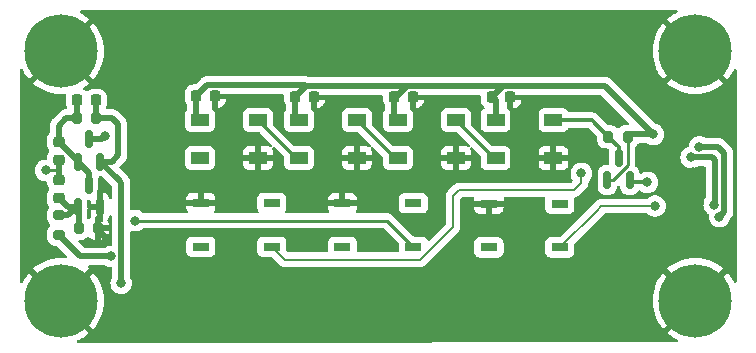
<source format=gbr>
G04 #@! TF.GenerationSoftware,KiCad,Pcbnew,(6.0.1-0)*
G04 #@! TF.CreationDate,2022-02-08T22:38:27+01:00*
G04 #@! TF.ProjectId,U:I WS,553a4920-5753-42e6-9b69-6361645f7063,rev?*
G04 #@! TF.SameCoordinates,Original*
G04 #@! TF.FileFunction,Copper,L1,Top*
G04 #@! TF.FilePolarity,Positive*
%FSLAX46Y46*%
G04 Gerber Fmt 4.6, Leading zero omitted, Abs format (unit mm)*
G04 Created by KiCad (PCBNEW (6.0.1-0)) date 2022-02-08 22:38:27*
%MOMM*%
%LPD*%
G01*
G04 APERTURE LIST*
G04 Aperture macros list*
%AMRoundRect*
0 Rectangle with rounded corners*
0 $1 Rounding radius*
0 $2 $3 $4 $5 $6 $7 $8 $9 X,Y pos of 4 corners*
0 Add a 4 corners polygon primitive as box body*
4,1,4,$2,$3,$4,$5,$6,$7,$8,$9,$2,$3,0*
0 Add four circle primitives for the rounded corners*
1,1,$1+$1,$2,$3*
1,1,$1+$1,$4,$5*
1,1,$1+$1,$6,$7*
1,1,$1+$1,$8,$9*
0 Add four rect primitives between the rounded corners*
20,1,$1+$1,$2,$3,$4,$5,0*
20,1,$1+$1,$4,$5,$6,$7,0*
20,1,$1+$1,$6,$7,$8,$9,0*
20,1,$1+$1,$8,$9,$2,$3,0*%
G04 Aperture macros list end*
G04 #@! TA.AperFunction,SMDPad,CuDef*
%ADD10R,1.500000X1.000000*%
G04 #@! TD*
G04 #@! TA.AperFunction,ComponentPad*
%ADD11C,6.200000*%
G04 #@! TD*
G04 #@! TA.AperFunction,SMDPad,CuDef*
%ADD12RoundRect,0.218750X0.218750X0.256250X-0.218750X0.256250X-0.218750X-0.256250X0.218750X-0.256250X0*%
G04 #@! TD*
G04 #@! TA.AperFunction,SMDPad,CuDef*
%ADD13R,1.450000X0.700000*%
G04 #@! TD*
G04 #@! TA.AperFunction,SMDPad,CuDef*
%ADD14RoundRect,0.218750X-0.256250X0.218750X-0.256250X-0.218750X0.256250X-0.218750X0.256250X0.218750X0*%
G04 #@! TD*
G04 #@! TA.AperFunction,SMDPad,CuDef*
%ADD15RoundRect,0.218750X0.256250X-0.218750X0.256250X0.218750X-0.256250X0.218750X-0.256250X-0.218750X0*%
G04 #@! TD*
G04 #@! TA.AperFunction,SMDPad,CuDef*
%ADD16RoundRect,0.200000X0.200000X0.275000X-0.200000X0.275000X-0.200000X-0.275000X0.200000X-0.275000X0*%
G04 #@! TD*
G04 #@! TA.AperFunction,SMDPad,CuDef*
%ADD17RoundRect,0.150000X0.150000X-0.587500X0.150000X0.587500X-0.150000X0.587500X-0.150000X-0.587500X0*%
G04 #@! TD*
G04 #@! TA.AperFunction,SMDPad,CuDef*
%ADD18RoundRect,0.200000X-0.200000X-0.275000X0.200000X-0.275000X0.200000X0.275000X-0.200000X0.275000X0*%
G04 #@! TD*
G04 #@! TA.AperFunction,SMDPad,CuDef*
%ADD19RoundRect,0.225000X0.225000X0.250000X-0.225000X0.250000X-0.225000X-0.250000X0.225000X-0.250000X0*%
G04 #@! TD*
G04 #@! TA.AperFunction,SMDPad,CuDef*
%ADD20RoundRect,0.200000X0.275000X-0.200000X0.275000X0.200000X-0.275000X0.200000X-0.275000X-0.200000X0*%
G04 #@! TD*
G04 #@! TA.AperFunction,ViaPad*
%ADD21C,0.800000*%
G04 #@! TD*
G04 #@! TA.AperFunction,Conductor*
%ADD22C,0.500000*%
G04 #@! TD*
G04 #@! TA.AperFunction,Conductor*
%ADD23C,0.250000*%
G04 #@! TD*
G04 #@! TA.AperFunction,Conductor*
%ADD24C,0.300000*%
G04 #@! TD*
G04 #@! TA.AperFunction,Conductor*
%ADD25C,0.200000*%
G04 #@! TD*
G04 APERTURE END LIST*
D10*
X57537500Y-65150000D03*
X57537500Y-68350000D03*
X62437500Y-68350000D03*
X62437500Y-65150000D03*
X65887500Y-65150000D03*
X65887500Y-68350000D03*
X70787500Y-68350000D03*
X70787500Y-65150000D03*
X74287500Y-65150000D03*
X74287500Y-68350000D03*
X79187500Y-68350000D03*
X79187500Y-65150000D03*
X82537500Y-65150000D03*
X82537500Y-68350000D03*
X87437500Y-68350000D03*
X87437500Y-65150000D03*
D11*
X99450000Y-59300000D03*
X99450000Y-80429366D03*
X45759366Y-59300000D03*
X45759366Y-80429366D03*
D12*
X58775000Y-63100000D03*
X57200000Y-63100000D03*
X67137500Y-63150000D03*
X65562500Y-63150000D03*
X75537500Y-63150000D03*
X73962500Y-63150000D03*
X83787500Y-63150000D03*
X82212500Y-63150000D03*
D13*
X57587500Y-75850000D03*
X57587500Y-72150000D03*
X63587500Y-75850000D03*
X63587500Y-72150000D03*
D14*
X45542200Y-70181500D03*
X45542200Y-71756500D03*
D13*
X69579500Y-75862000D03*
X69579500Y-72162000D03*
X75579500Y-75862000D03*
X75579500Y-72162000D03*
D15*
X45542200Y-68530500D03*
X45542200Y-66955500D03*
D16*
X93725000Y-66550000D03*
X92075000Y-66550000D03*
D17*
X47162400Y-68650800D03*
X49062400Y-68650800D03*
X48112400Y-66775800D03*
X47157600Y-72513700D03*
X49057600Y-72513700D03*
X48107600Y-70638700D03*
D18*
X47231800Y-74296300D03*
X48881800Y-74296300D03*
D19*
X48691800Y-63474600D03*
X47141800Y-63474600D03*
D13*
X81979500Y-75912000D03*
X81979500Y-72212000D03*
X87979500Y-75912000D03*
X87979500Y-72212000D03*
D20*
X45542200Y-74854100D03*
X45542200Y-73204100D03*
D17*
X92000000Y-70200000D03*
X93900000Y-70200000D03*
X92950000Y-68325000D03*
D16*
X48742600Y-64974500D03*
X47092600Y-64974500D03*
D21*
X49326800Y-70840600D03*
X49631600Y-75184000D03*
X99350000Y-71800000D03*
X99300000Y-70700000D03*
X99250000Y-69550000D03*
X95900000Y-66350000D03*
X44450000Y-69400000D03*
X52050000Y-73650000D03*
X89800000Y-69640183D03*
X96050000Y-72400000D03*
X101500000Y-73300000D03*
X50850800Y-78943200D03*
X99800000Y-67400000D03*
X49504600Y-66471800D03*
X50001300Y-76682600D03*
X99100000Y-68300000D03*
X101050500Y-72300000D03*
X95400000Y-70400000D03*
D22*
X49057600Y-72513700D02*
X49057600Y-71109800D01*
X99350000Y-70650000D02*
X99300000Y-70600000D01*
X48881800Y-74434200D02*
X49631600Y-75184000D01*
X48881800Y-74296300D02*
X48881800Y-74434200D01*
X49057600Y-71109800D02*
X49326800Y-70840600D01*
X99350000Y-71800000D02*
X99350000Y-70650000D01*
D23*
X93725000Y-66550000D02*
X93725000Y-68958572D01*
D22*
X65562500Y-63150000D02*
X65562500Y-64825000D01*
X74117424Y-63150000D02*
X73962500Y-63150000D01*
X75041944Y-62225480D02*
X66487020Y-62225480D01*
X73962500Y-64825000D02*
X74287500Y-65150000D01*
X95900000Y-66350000D02*
X93925000Y-66350000D01*
X65562500Y-64825000D02*
X65887500Y-65150000D01*
X75041944Y-62225480D02*
X74117424Y-63150000D01*
X93925000Y-66350000D02*
X93725000Y-66550000D01*
X57200000Y-63100000D02*
X57200000Y-64812500D01*
X73962500Y-63150000D02*
X73962500Y-64825000D01*
X95900000Y-66350000D02*
X91775480Y-62225480D01*
X83137020Y-62225480D02*
X82212500Y-63150000D01*
X83137020Y-62225480D02*
X75041944Y-62225480D01*
X91775480Y-62225480D02*
X83137020Y-62225480D01*
X57200000Y-64812500D02*
X57537500Y-65150000D01*
X66487020Y-62225480D02*
X66437020Y-62175480D01*
D23*
X93725000Y-68958572D02*
X92483572Y-70200000D01*
D22*
X66487020Y-62225480D02*
X65562500Y-63150000D01*
X58124520Y-62175480D02*
X57200000Y-63100000D01*
X82537500Y-65150000D02*
X82537500Y-63475000D01*
X82537500Y-63475000D02*
X82212500Y-63150000D01*
D23*
X92483572Y-70200000D02*
X92000000Y-70200000D01*
D22*
X66437020Y-62175480D02*
X58124520Y-62175480D01*
D24*
X90675000Y-65150000D02*
X87437500Y-65150000D01*
X92950000Y-68325000D02*
X92950000Y-67425000D01*
X92075000Y-66550000D02*
X90675000Y-65150000D01*
X92950000Y-67425000D02*
X92075000Y-66550000D01*
D23*
X65887500Y-68350000D02*
X65637500Y-68350000D01*
X65637500Y-68350000D02*
X62437500Y-65150000D01*
X73617500Y-73900000D02*
X73367500Y-73650000D01*
X73367500Y-73650000D02*
X52050000Y-73650000D01*
X75579500Y-75862000D02*
X73617500Y-73900000D01*
D22*
X45542200Y-69492200D02*
X45542200Y-68530500D01*
X45542200Y-70181500D02*
X45542200Y-69492200D01*
D23*
X44450000Y-69400000D02*
X45450000Y-69400000D01*
X45450000Y-69400000D02*
X45542200Y-69492200D01*
D22*
X47231800Y-74296300D02*
X47231800Y-72587900D01*
X45542200Y-73204100D02*
X46329600Y-73204100D01*
X47231800Y-72587900D02*
X47157600Y-72513700D01*
X47157600Y-72513700D02*
X47020000Y-72513700D01*
X47020000Y-72513700D02*
X46299400Y-72513700D01*
X46329600Y-73204100D02*
X47020000Y-72513700D01*
X46299400Y-72513700D02*
X45542200Y-71756500D01*
D23*
X82387500Y-68350000D02*
X79187500Y-65150000D01*
X82537500Y-68350000D02*
X82387500Y-68350000D01*
D25*
X76165522Y-76950000D02*
X78500000Y-74615522D01*
X78950000Y-71550000D02*
X79450000Y-71050000D01*
X78950000Y-74165522D02*
X78950000Y-71550000D01*
X89189259Y-71050000D02*
X89800000Y-70439259D01*
X64687500Y-76950000D02*
X76165522Y-76950000D01*
X89800000Y-70439259D02*
X89800000Y-69640183D01*
X63587500Y-75850000D02*
X64687500Y-76950000D01*
X78500000Y-74615522D02*
X78950000Y-74165522D01*
X79450000Y-71050000D02*
X89189259Y-71050000D01*
X91491500Y-72400000D02*
X96050000Y-72400000D01*
X87979500Y-75912000D02*
X91091500Y-72800000D01*
X91091500Y-72800000D02*
X91491500Y-72400000D01*
D23*
X73987500Y-68350000D02*
X70787500Y-65150000D01*
X74287500Y-68350000D02*
X73987500Y-68350000D01*
D22*
X48107600Y-70638700D02*
X48107600Y-69596000D01*
X48107600Y-69596000D02*
X47162400Y-68650800D01*
X47162400Y-68575700D02*
X45542200Y-66955500D01*
X47141800Y-63474600D02*
X47141800Y-64925300D01*
X47141800Y-64925300D02*
X47092600Y-64974500D01*
X46202600Y-64974500D02*
X45542200Y-65634900D01*
X47092600Y-64974500D02*
X46202600Y-64974500D01*
X47162400Y-68650800D02*
X47162400Y-68575700D01*
X45542200Y-65634900D02*
X45542200Y-66955500D01*
X101900000Y-72900000D02*
X101500000Y-73300000D01*
X101900000Y-71500000D02*
X101900000Y-67900000D01*
X50044700Y-68650800D02*
X49062400Y-68650800D01*
X101900000Y-71500000D02*
X101900000Y-72900000D01*
X48742600Y-64974500D02*
X48742600Y-63525400D01*
X101400000Y-67400000D02*
X99800000Y-67400000D01*
X49062400Y-68650800D02*
X50622200Y-70210600D01*
X50850800Y-70439200D02*
X50850800Y-78943200D01*
X48742600Y-64974500D02*
X50063400Y-64974500D01*
X50596800Y-68098700D02*
X50044700Y-68650800D01*
X50622200Y-70210600D02*
X50850800Y-70439200D01*
X50596800Y-65507900D02*
X50596800Y-68098700D01*
X101900000Y-67900000D02*
X101400000Y-67400000D01*
X50063400Y-64974500D02*
X50596800Y-65507900D01*
X48742600Y-63525400D02*
X48691800Y-63474600D01*
X49200600Y-66775800D02*
X49504600Y-66471800D01*
X48112400Y-66775800D02*
X49200600Y-66775800D01*
X101100000Y-70900000D02*
X101100000Y-72250500D01*
X100900000Y-68300000D02*
X99100000Y-68300000D01*
X101100000Y-72250500D02*
X101050500Y-72300000D01*
X47370700Y-76682600D02*
X50001300Y-76682600D01*
X101100000Y-68500000D02*
X100900000Y-68300000D01*
X45542200Y-74854100D02*
X47370700Y-76682600D01*
X101100000Y-70900000D02*
X101100000Y-68500000D01*
D24*
X95400000Y-70400000D02*
X94100000Y-70400000D01*
X94100000Y-70400000D02*
X93900000Y-70200000D01*
G04 #@! TA.AperFunction,Conductor*
G36*
X97899426Y-55828002D02*
G01*
X97945919Y-55881658D01*
X97956023Y-55951932D01*
X97926529Y-56016512D01*
X97888508Y-56046267D01*
X97646467Y-56169594D01*
X97640756Y-56172891D01*
X97329136Y-56375259D01*
X97323785Y-56379147D01*
X97097270Y-56562576D01*
X97088802Y-56574834D01*
X97095135Y-56585924D01*
X99450000Y-58940790D01*
X102163212Y-61654001D01*
X102176285Y-61661140D01*
X102186655Y-61653681D01*
X102370853Y-61426215D01*
X102374741Y-61420864D01*
X102577109Y-61109244D01*
X102580406Y-61103534D01*
X102703733Y-60861491D01*
X102752481Y-60809876D01*
X102821396Y-60792810D01*
X102888598Y-60815711D01*
X102932750Y-60871308D01*
X102942000Y-60918694D01*
X102942000Y-78810672D01*
X102921998Y-78878793D01*
X102868342Y-78925286D01*
X102798068Y-78935390D01*
X102733488Y-78905896D01*
X102703733Y-78867875D01*
X102580406Y-78625832D01*
X102577109Y-78620122D01*
X102374741Y-78308502D01*
X102370853Y-78303151D01*
X102187424Y-78076636D01*
X102175166Y-78068168D01*
X102164076Y-78074501D01*
X99450000Y-80788576D01*
X97096001Y-83142576D01*
X97088861Y-83155652D01*
X97096319Y-83166021D01*
X97323800Y-83350231D01*
X97329115Y-83354093D01*
X97640773Y-83556487D01*
X97646450Y-83559764D01*
X97932568Y-83705549D01*
X97984183Y-83754298D01*
X98001249Y-83823212D01*
X97978348Y-83890414D01*
X97922751Y-83934566D01*
X97875510Y-83943816D01*
X56099350Y-83991999D01*
X56098310Y-83991999D01*
X47226086Y-83992000D01*
X47157965Y-83971998D01*
X47111472Y-83918342D01*
X47101368Y-83848068D01*
X47130862Y-83783488D01*
X47180931Y-83748369D01*
X47225807Y-83731142D01*
X47231826Y-83728463D01*
X47562916Y-83559764D01*
X47568593Y-83556487D01*
X47880251Y-83354093D01*
X47885566Y-83350231D01*
X48112096Y-83166790D01*
X48120564Y-83154532D01*
X48114231Y-83143442D01*
X45401287Y-80430497D01*
X46123774Y-80430497D01*
X46123905Y-80432332D01*
X46128156Y-80438946D01*
X48472576Y-82783365D01*
X48485652Y-82790505D01*
X48496020Y-82783048D01*
X48680219Y-82555581D01*
X48684107Y-82550230D01*
X48886475Y-82238610D01*
X48889772Y-82232900D01*
X49058463Y-81901826D01*
X49061145Y-81895801D01*
X49194301Y-81548919D01*
X49196342Y-81542637D01*
X49292510Y-81183730D01*
X49293881Y-81177280D01*
X49352011Y-80810270D01*
X49352697Y-80803732D01*
X49372144Y-80432667D01*
X95837222Y-80432667D01*
X95856669Y-80803732D01*
X95857355Y-80810270D01*
X95915485Y-81177280D01*
X95916856Y-81183730D01*
X96013024Y-81542637D01*
X96015065Y-81548919D01*
X96148221Y-81895801D01*
X96150903Y-81901826D01*
X96319594Y-82232900D01*
X96322891Y-82238610D01*
X96525259Y-82550230D01*
X96529147Y-82555581D01*
X96712576Y-82782096D01*
X96724834Y-82790564D01*
X96735924Y-82784231D01*
X99077980Y-80442176D01*
X99085592Y-80428235D01*
X99085461Y-80426400D01*
X99081210Y-80419786D01*
X96736790Y-78075367D01*
X96723714Y-78068227D01*
X96713346Y-78075684D01*
X96529147Y-78303151D01*
X96525259Y-78308502D01*
X96322891Y-78620122D01*
X96319594Y-78625832D01*
X96150903Y-78956906D01*
X96148221Y-78962931D01*
X96015065Y-79309813D01*
X96013024Y-79316095D01*
X95916856Y-79675002D01*
X95915485Y-79681452D01*
X95857355Y-80048462D01*
X95856669Y-80055000D01*
X95837222Y-80426065D01*
X95837222Y-80432667D01*
X49372144Y-80432667D01*
X49372144Y-80426065D01*
X49352697Y-80055000D01*
X49352011Y-80048462D01*
X49293881Y-79681452D01*
X49292510Y-79675002D01*
X49196342Y-79316095D01*
X49194301Y-79309813D01*
X49061145Y-78962931D01*
X49058463Y-78956906D01*
X48889772Y-78625832D01*
X48886475Y-78620122D01*
X48684107Y-78308502D01*
X48680219Y-78303151D01*
X48496790Y-78076636D01*
X48484532Y-78068168D01*
X48473442Y-78074501D01*
X46131386Y-80416556D01*
X46123774Y-80430497D01*
X45401287Y-80430497D01*
X45400156Y-80429366D01*
X43046156Y-78075367D01*
X43033080Y-78068227D01*
X43022711Y-78075685D01*
X42838513Y-78303151D01*
X42834625Y-78308502D01*
X42632257Y-78620122D01*
X42628960Y-78625833D01*
X42496267Y-78886256D01*
X42447518Y-78937871D01*
X42378604Y-78954937D01*
X42311402Y-78932036D01*
X42267250Y-78876438D01*
X42258000Y-78829053D01*
X42258000Y-77704200D01*
X43398168Y-77704200D01*
X43404501Y-77715290D01*
X45746556Y-80057346D01*
X45760497Y-80064958D01*
X45762332Y-80064827D01*
X45768946Y-80060576D01*
X48113365Y-77716156D01*
X48120505Y-77703080D01*
X48113049Y-77692714D01*
X48078850Y-77665020D01*
X48038498Y-77606606D01*
X48036133Y-77535649D01*
X48072506Y-77474677D01*
X48136069Y-77443049D01*
X48158145Y-77441100D01*
X49458713Y-77441100D01*
X49532772Y-77465163D01*
X49539202Y-77469835D01*
X49539209Y-77469839D01*
X49544548Y-77473718D01*
X49550576Y-77476402D01*
X49550578Y-77476403D01*
X49702216Y-77543916D01*
X49719012Y-77551394D01*
X49812412Y-77571247D01*
X49899356Y-77589728D01*
X49899361Y-77589728D01*
X49905813Y-77591100D01*
X49966300Y-77591100D01*
X50034421Y-77611102D01*
X50080914Y-77664758D01*
X50092300Y-77717100D01*
X50092300Y-78406201D01*
X50075419Y-78469200D01*
X50016273Y-78571644D01*
X49957258Y-78753272D01*
X49937296Y-78943200D01*
X49957258Y-79133128D01*
X50016273Y-79314756D01*
X50111760Y-79480144D01*
X50239547Y-79622066D01*
X50394048Y-79734318D01*
X50400076Y-79737002D01*
X50400078Y-79737003D01*
X50562481Y-79809309D01*
X50568512Y-79811994D01*
X50661912Y-79831847D01*
X50748856Y-79850328D01*
X50748861Y-79850328D01*
X50755313Y-79851700D01*
X50946287Y-79851700D01*
X50952739Y-79850328D01*
X50952744Y-79850328D01*
X51039688Y-79831847D01*
X51133088Y-79811994D01*
X51139119Y-79809309D01*
X51301522Y-79737003D01*
X51301524Y-79737002D01*
X51307552Y-79734318D01*
X51462053Y-79622066D01*
X51589840Y-79480144D01*
X51685327Y-79314756D01*
X51744342Y-79133128D01*
X51764304Y-78943200D01*
X51744342Y-78753272D01*
X51685327Y-78571644D01*
X51626181Y-78469200D01*
X51609300Y-78406201D01*
X51609300Y-77704200D01*
X97088802Y-77704200D01*
X97095135Y-77715290D01*
X99437190Y-80057346D01*
X99451131Y-80064958D01*
X99452966Y-80064827D01*
X99459580Y-80060576D01*
X101803999Y-77716156D01*
X101811139Y-77703080D01*
X101803682Y-77692712D01*
X101576200Y-77508501D01*
X101570885Y-77504639D01*
X101259227Y-77302245D01*
X101253550Y-77298968D01*
X100922460Y-77130269D01*
X100916435Y-77127587D01*
X100569553Y-76994431D01*
X100563271Y-76992390D01*
X100204364Y-76896222D01*
X100197914Y-76894851D01*
X99830904Y-76836721D01*
X99824366Y-76836035D01*
X99453301Y-76816588D01*
X99446699Y-76816588D01*
X99075634Y-76836035D01*
X99069096Y-76836721D01*
X98702086Y-76894851D01*
X98695636Y-76896222D01*
X98336729Y-76992390D01*
X98330447Y-76994431D01*
X97983565Y-77127587D01*
X97977540Y-77130269D01*
X97646466Y-77298960D01*
X97640756Y-77302257D01*
X97329136Y-77504625D01*
X97323785Y-77508513D01*
X97097270Y-77691942D01*
X97088802Y-77704200D01*
X51609300Y-77704200D01*
X51609300Y-76248134D01*
X56354000Y-76248134D01*
X56360755Y-76310316D01*
X56411885Y-76446705D01*
X56499239Y-76563261D01*
X56615795Y-76650615D01*
X56752184Y-76701745D01*
X56814366Y-76708500D01*
X58360634Y-76708500D01*
X58422816Y-76701745D01*
X58559205Y-76650615D01*
X58675761Y-76563261D01*
X58763115Y-76446705D01*
X58814245Y-76310316D01*
X58821000Y-76248134D01*
X58821000Y-75451866D01*
X58814245Y-75389684D01*
X58763115Y-75253295D01*
X58675761Y-75136739D01*
X58559205Y-75049385D01*
X58422816Y-74998255D01*
X58360634Y-74991500D01*
X56814366Y-74991500D01*
X56752184Y-74998255D01*
X56615795Y-75049385D01*
X56499239Y-75136739D01*
X56411885Y-75253295D01*
X56360755Y-75389684D01*
X56354000Y-75451866D01*
X56354000Y-76248134D01*
X51609300Y-76248134D01*
X51609300Y-74640022D01*
X51629302Y-74571901D01*
X51682958Y-74525408D01*
X51753232Y-74515304D01*
X51767135Y-74518537D01*
X51767712Y-74518794D01*
X51773852Y-74520099D01*
X51948056Y-74557128D01*
X51948061Y-74557128D01*
X51954513Y-74558500D01*
X52145487Y-74558500D01*
X52151939Y-74557128D01*
X52151944Y-74557128D01*
X52238888Y-74538647D01*
X52332288Y-74518794D01*
X52340127Y-74515304D01*
X52500722Y-74443803D01*
X52500724Y-74443802D01*
X52506752Y-74441118D01*
X52661253Y-74328866D01*
X52665668Y-74323963D01*
X52670580Y-74319540D01*
X52671705Y-74320789D01*
X52725014Y-74287949D01*
X52758200Y-74283500D01*
X73052906Y-74283500D01*
X73121027Y-74303502D01*
X73142001Y-74320405D01*
X74309095Y-75487500D01*
X74343121Y-75549812D01*
X74346000Y-75576595D01*
X74346000Y-76215500D01*
X74325998Y-76283621D01*
X74272342Y-76330114D01*
X74220000Y-76341500D01*
X70939000Y-76341500D01*
X70870879Y-76321498D01*
X70824386Y-76267842D01*
X70813000Y-76215500D01*
X70813000Y-75463866D01*
X70806245Y-75401684D01*
X70755115Y-75265295D01*
X70667761Y-75148739D01*
X70551205Y-75061385D01*
X70414816Y-75010255D01*
X70352634Y-75003500D01*
X68806366Y-75003500D01*
X68744184Y-75010255D01*
X68607795Y-75061385D01*
X68491239Y-75148739D01*
X68403885Y-75265295D01*
X68352755Y-75401684D01*
X68346000Y-75463866D01*
X68346000Y-76215500D01*
X68325998Y-76283621D01*
X68272342Y-76330114D01*
X68220000Y-76341500D01*
X64991738Y-76341500D01*
X64923617Y-76321498D01*
X64902643Y-76304595D01*
X64857905Y-76259857D01*
X64823879Y-76197545D01*
X64821000Y-76170762D01*
X64821000Y-75451866D01*
X64814245Y-75389684D01*
X64763115Y-75253295D01*
X64675761Y-75136739D01*
X64559205Y-75049385D01*
X64422816Y-74998255D01*
X64360634Y-74991500D01*
X62814366Y-74991500D01*
X62752184Y-74998255D01*
X62615795Y-75049385D01*
X62499239Y-75136739D01*
X62411885Y-75253295D01*
X62360755Y-75389684D01*
X62354000Y-75451866D01*
X62354000Y-76248134D01*
X62360755Y-76310316D01*
X62411885Y-76446705D01*
X62499239Y-76563261D01*
X62615795Y-76650615D01*
X62752184Y-76701745D01*
X62814366Y-76708500D01*
X63533260Y-76708500D01*
X63601381Y-76728502D01*
X63622355Y-76745404D01*
X64223181Y-77346229D01*
X64234049Y-77358621D01*
X64253513Y-77383987D01*
X64260059Y-77389010D01*
X64260062Y-77389013D01*
X64285427Y-77408476D01*
X64285429Y-77408477D01*
X64374072Y-77476496D01*
X64380624Y-77481524D01*
X64388250Y-77484683D01*
X64388252Y-77484684D01*
X64445752Y-77508501D01*
X64528649Y-77542838D01*
X64536836Y-77543916D01*
X64536837Y-77543916D01*
X64548042Y-77545391D01*
X64579238Y-77549498D01*
X64647615Y-77558500D01*
X64647618Y-77558500D01*
X64647626Y-77558501D01*
X64679311Y-77562672D01*
X64687500Y-77563750D01*
X64719193Y-77559578D01*
X64735636Y-77558500D01*
X76117386Y-77558500D01*
X76133829Y-77559578D01*
X76165522Y-77563750D01*
X76173711Y-77562672D01*
X76205396Y-77558501D01*
X76205406Y-77558500D01*
X76205407Y-77558500D01*
X76205423Y-77558498D01*
X76304979Y-77545391D01*
X76316186Y-77543916D01*
X76316188Y-77543915D01*
X76324373Y-77542838D01*
X76472398Y-77481524D01*
X76481322Y-77474677D01*
X76567594Y-77408477D01*
X76567597Y-77408474D01*
X76592956Y-77389015D01*
X76599509Y-77383987D01*
X76604539Y-77377432D01*
X76618974Y-77358621D01*
X76629841Y-77346230D01*
X77665937Y-76310134D01*
X80746000Y-76310134D01*
X80752755Y-76372316D01*
X80803885Y-76508705D01*
X80891239Y-76625261D01*
X81007795Y-76712615D01*
X81144184Y-76763745D01*
X81206366Y-76770500D01*
X82752634Y-76770500D01*
X82814816Y-76763745D01*
X82951205Y-76712615D01*
X83067761Y-76625261D01*
X83155115Y-76508705D01*
X83206245Y-76372316D01*
X83213000Y-76310134D01*
X86746000Y-76310134D01*
X86752755Y-76372316D01*
X86803885Y-76508705D01*
X86891239Y-76625261D01*
X87007795Y-76712615D01*
X87144184Y-76763745D01*
X87206366Y-76770500D01*
X88752634Y-76770500D01*
X88814816Y-76763745D01*
X88951205Y-76712615D01*
X89067761Y-76625261D01*
X89155115Y-76508705D01*
X89206245Y-76372316D01*
X89213000Y-76310134D01*
X89213000Y-75591239D01*
X89233002Y-75523118D01*
X89249905Y-75502144D01*
X91706644Y-73045405D01*
X91768956Y-73011379D01*
X91795739Y-73008500D01*
X95319290Y-73008500D01*
X95387411Y-73028502D01*
X95412926Y-73050189D01*
X95430432Y-73069631D01*
X95438747Y-73078866D01*
X95444197Y-73082826D01*
X95573361Y-73176669D01*
X95593248Y-73191118D01*
X95599276Y-73193802D01*
X95599278Y-73193803D01*
X95728873Y-73251502D01*
X95767712Y-73268794D01*
X95842478Y-73284686D01*
X95948056Y-73307128D01*
X95948061Y-73307128D01*
X95954513Y-73308500D01*
X96145487Y-73308500D01*
X96151939Y-73307128D01*
X96151944Y-73307128D01*
X96257522Y-73284686D01*
X96332288Y-73268794D01*
X96371127Y-73251502D01*
X96500722Y-73193803D01*
X96500724Y-73193802D01*
X96506752Y-73191118D01*
X96532089Y-73172710D01*
X96586174Y-73133414D01*
X96661253Y-73078866D01*
X96669607Y-73069588D01*
X96784621Y-72941852D01*
X96784622Y-72941851D01*
X96789040Y-72936944D01*
X96859070Y-72815649D01*
X96881223Y-72777279D01*
X96881224Y-72777278D01*
X96884527Y-72771556D01*
X96943542Y-72589928D01*
X96946317Y-72563531D01*
X96962814Y-72406565D01*
X96963504Y-72400000D01*
X96952161Y-72292074D01*
X96944232Y-72216635D01*
X96944232Y-72216633D01*
X96943542Y-72210072D01*
X96884527Y-72028444D01*
X96874283Y-72010700D01*
X96833397Y-71939885D01*
X96789040Y-71863056D01*
X96752757Y-71822759D01*
X96665675Y-71726045D01*
X96665674Y-71726044D01*
X96661253Y-71721134D01*
X96506752Y-71608882D01*
X96500724Y-71606198D01*
X96500722Y-71606197D01*
X96338319Y-71533891D01*
X96338318Y-71533891D01*
X96332288Y-71531206D01*
X96225343Y-71508474D01*
X96151944Y-71492872D01*
X96151939Y-71492872D01*
X96145487Y-71491500D01*
X95954513Y-71491500D01*
X95948061Y-71492872D01*
X95948056Y-71492872D01*
X95874657Y-71508474D01*
X95767712Y-71531206D01*
X95761682Y-71533891D01*
X95761681Y-71533891D01*
X95599278Y-71606197D01*
X95599276Y-71606198D01*
X95593248Y-71608882D01*
X95438747Y-71721134D01*
X95434334Y-71726036D01*
X95434332Y-71726037D01*
X95412926Y-71749811D01*
X95352480Y-71787050D01*
X95319290Y-71791500D01*
X91539636Y-71791500D01*
X91523190Y-71790422D01*
X91499688Y-71787328D01*
X91491500Y-71786250D01*
X91483312Y-71787328D01*
X91451629Y-71791499D01*
X91451620Y-71791500D01*
X91451615Y-71791500D01*
X91332650Y-71807162D01*
X91325021Y-71810322D01*
X91192253Y-71865316D01*
X91192251Y-71865317D01*
X91184625Y-71868476D01*
X91163482Y-71884700D01*
X91089428Y-71941523D01*
X91089425Y-71941526D01*
X91089421Y-71941529D01*
X91064066Y-71960984D01*
X91064063Y-71960987D01*
X91057513Y-71966013D01*
X91052483Y-71972568D01*
X91038048Y-71991379D01*
X91027181Y-72003770D01*
X88014356Y-75016595D01*
X87952044Y-75050621D01*
X87925261Y-75053500D01*
X87206366Y-75053500D01*
X87144184Y-75060255D01*
X87007795Y-75111385D01*
X86891239Y-75198739D01*
X86803885Y-75315295D01*
X86752755Y-75451684D01*
X86746000Y-75513866D01*
X86746000Y-76310134D01*
X83213000Y-76310134D01*
X83213000Y-75513866D01*
X83206245Y-75451684D01*
X83155115Y-75315295D01*
X83067761Y-75198739D01*
X82951205Y-75111385D01*
X82814816Y-75060255D01*
X82752634Y-75053500D01*
X81206366Y-75053500D01*
X81144184Y-75060255D01*
X81007795Y-75111385D01*
X80891239Y-75198739D01*
X80803885Y-75315295D01*
X80752755Y-75451684D01*
X80746000Y-75513866D01*
X80746000Y-76310134D01*
X77665937Y-76310134D01*
X79346234Y-74629837D01*
X79358625Y-74618970D01*
X79377437Y-74604535D01*
X79383987Y-74599509D01*
X79408474Y-74567597D01*
X79408480Y-74567591D01*
X79476496Y-74478951D01*
X79476497Y-74478949D01*
X79481524Y-74472398D01*
X79542838Y-74324373D01*
X79554743Y-74233944D01*
X79558500Y-74205407D01*
X79558500Y-74205402D01*
X79563750Y-74165522D01*
X79559578Y-74133829D01*
X79558500Y-74117386D01*
X79558500Y-72606668D01*
X80746501Y-72606668D01*
X80746871Y-72613490D01*
X80752395Y-72664352D01*
X80756021Y-72679604D01*
X80801176Y-72800054D01*
X80809714Y-72815649D01*
X80886215Y-72917724D01*
X80898776Y-72930285D01*
X81000851Y-73006786D01*
X81016446Y-73015324D01*
X81136894Y-73060478D01*
X81152149Y-73064105D01*
X81203014Y-73069631D01*
X81209828Y-73070000D01*
X81707385Y-73070000D01*
X81722624Y-73065525D01*
X81723829Y-73064135D01*
X81725500Y-73056452D01*
X81725500Y-73051884D01*
X82233500Y-73051884D01*
X82237975Y-73067123D01*
X82239365Y-73068328D01*
X82247048Y-73069999D01*
X82749169Y-73069999D01*
X82755990Y-73069629D01*
X82806852Y-73064105D01*
X82822104Y-73060479D01*
X82942554Y-73015324D01*
X82958149Y-73006786D01*
X83060224Y-72930285D01*
X83072785Y-72917724D01*
X83149286Y-72815649D01*
X83157824Y-72800054D01*
X83202978Y-72679606D01*
X83206605Y-72664351D01*
X83212131Y-72613486D01*
X83212500Y-72606668D01*
X83212500Y-72484115D01*
X83208025Y-72468876D01*
X83206635Y-72467671D01*
X83198952Y-72466000D01*
X82251615Y-72466000D01*
X82236376Y-72470475D01*
X82235171Y-72471865D01*
X82233500Y-72479548D01*
X82233500Y-73051884D01*
X81725500Y-73051884D01*
X81725500Y-72484115D01*
X81721025Y-72468876D01*
X81719635Y-72467671D01*
X81711952Y-72466000D01*
X80764616Y-72466000D01*
X80749377Y-72470475D01*
X80748172Y-72471865D01*
X80746501Y-72479548D01*
X80746501Y-72606668D01*
X79558500Y-72606668D01*
X79558500Y-71854239D01*
X79578502Y-71786118D01*
X79595405Y-71765144D01*
X79665144Y-71695405D01*
X79727456Y-71661379D01*
X79754239Y-71658500D01*
X80622954Y-71658500D01*
X80691075Y-71678502D01*
X80737568Y-71732158D01*
X80748217Y-71798110D01*
X80746869Y-71810519D01*
X80746500Y-71817328D01*
X80746500Y-71939885D01*
X80750975Y-71955124D01*
X80752365Y-71956329D01*
X80760048Y-71958000D01*
X83194384Y-71958000D01*
X83209623Y-71953525D01*
X83210828Y-71952135D01*
X83212499Y-71944452D01*
X83212499Y-71817331D01*
X83212130Y-71810512D01*
X83210782Y-71798106D01*
X83223311Y-71728224D01*
X83271632Y-71676209D01*
X83336045Y-71658500D01*
X86622449Y-71658500D01*
X86690570Y-71678502D01*
X86737063Y-71732158D01*
X86747712Y-71798106D01*
X86746000Y-71813866D01*
X86746000Y-72610134D01*
X86752755Y-72672316D01*
X86803885Y-72808705D01*
X86891239Y-72925261D01*
X87007795Y-73012615D01*
X87144184Y-73063745D01*
X87206366Y-73070500D01*
X88752634Y-73070500D01*
X88814816Y-73063745D01*
X88951205Y-73012615D01*
X89067761Y-72925261D01*
X89155115Y-72808705D01*
X89206245Y-72672316D01*
X89213000Y-72610134D01*
X89213000Y-71813866D01*
X89209890Y-71785238D01*
X89222418Y-71715357D01*
X89270738Y-71663341D01*
X89318702Y-71646709D01*
X89328716Y-71645391D01*
X89328717Y-71645391D01*
X89339922Y-71643916D01*
X89339923Y-71643916D01*
X89348110Y-71642838D01*
X89496135Y-71581524D01*
X89506328Y-71573703D01*
X89591331Y-71508477D01*
X89591334Y-71508474D01*
X89616693Y-71489015D01*
X89623246Y-71483987D01*
X89628276Y-71477432D01*
X89642711Y-71458621D01*
X89653578Y-71446230D01*
X90196234Y-70903574D01*
X90208625Y-70892707D01*
X90227437Y-70878272D01*
X90233987Y-70873246D01*
X90258474Y-70841334D01*
X90258480Y-70841328D01*
X90326496Y-70752688D01*
X90326497Y-70752686D01*
X90331524Y-70746135D01*
X90381769Y-70624832D01*
X90392838Y-70598109D01*
X90408500Y-70479144D01*
X90408500Y-70479137D01*
X90413750Y-70439259D01*
X90409578Y-70407566D01*
X90408500Y-70391123D01*
X90408500Y-70370473D01*
X90428502Y-70302352D01*
X90440864Y-70286163D01*
X90534621Y-70182035D01*
X90534622Y-70182034D01*
X90539040Y-70177127D01*
X90634527Y-70011739D01*
X90693542Y-69830111D01*
X90694417Y-69821791D01*
X90712814Y-69646748D01*
X90713504Y-69640183D01*
X90707532Y-69583365D01*
X90694232Y-69456818D01*
X90694232Y-69456816D01*
X90693542Y-69450255D01*
X90634527Y-69268627D01*
X90539040Y-69103239D01*
X90530412Y-69093656D01*
X90415675Y-68966228D01*
X90415674Y-68966227D01*
X90411253Y-68961317D01*
X90256752Y-68849065D01*
X90250724Y-68846381D01*
X90250722Y-68846380D01*
X90088319Y-68774074D01*
X90088318Y-68774074D01*
X90082288Y-68771389D01*
X89988887Y-68751536D01*
X89901944Y-68733055D01*
X89901939Y-68733055D01*
X89895487Y-68731683D01*
X89704513Y-68731683D01*
X89698061Y-68733055D01*
X89698056Y-68733055D01*
X89611113Y-68751536D01*
X89517712Y-68771389D01*
X89511682Y-68774074D01*
X89511681Y-68774074D01*
X89349278Y-68846380D01*
X89349276Y-68846381D01*
X89343248Y-68849065D01*
X89188747Y-68961317D01*
X89184326Y-68966227D01*
X89184325Y-68966228D01*
X89069589Y-69093656D01*
X89060960Y-69103239D01*
X88965473Y-69268627D01*
X88906458Y-69450255D01*
X88905768Y-69456816D01*
X88905768Y-69456818D01*
X88892468Y-69583365D01*
X88886496Y-69640183D01*
X88887186Y-69646748D01*
X88905584Y-69821791D01*
X88906458Y-69830111D01*
X88965473Y-70011739D01*
X88968776Y-70017461D01*
X88968777Y-70017462D01*
X89060960Y-70177127D01*
X89059794Y-70177800D01*
X89081234Y-70237880D01*
X89065158Y-70307032D01*
X89044535Y-70334175D01*
X88974115Y-70404595D01*
X88911803Y-70438621D01*
X88885020Y-70441500D01*
X79498136Y-70441500D01*
X79481693Y-70440422D01*
X79450000Y-70436250D01*
X79441811Y-70437328D01*
X79410126Y-70441499D01*
X79410117Y-70441500D01*
X79410115Y-70441500D01*
X79410109Y-70441501D01*
X79410107Y-70441501D01*
X79310543Y-70454609D01*
X79299336Y-70456084D01*
X79299334Y-70456085D01*
X79291149Y-70457162D01*
X79143124Y-70518476D01*
X79112616Y-70541886D01*
X79047937Y-70591515D01*
X79047921Y-70591529D01*
X79022566Y-70610984D01*
X79022563Y-70610987D01*
X79016013Y-70616013D01*
X79010983Y-70622568D01*
X78996548Y-70641379D01*
X78985681Y-70653770D01*
X78553766Y-71085685D01*
X78541375Y-71096552D01*
X78516013Y-71116013D01*
X78491526Y-71147925D01*
X78491523Y-71147928D01*
X78491517Y-71147936D01*
X78424513Y-71235257D01*
X78418476Y-71243124D01*
X78357162Y-71391149D01*
X78356085Y-71399330D01*
X78356084Y-71399335D01*
X78355834Y-71401239D01*
X78355833Y-71401247D01*
X78341500Y-71510115D01*
X78341500Y-71510120D01*
X78336250Y-71550000D01*
X78339403Y-71573946D01*
X78340422Y-71581690D01*
X78341500Y-71598136D01*
X78341500Y-73861283D01*
X78321498Y-73929404D01*
X78304595Y-73950378D01*
X76956043Y-75298930D01*
X76893731Y-75332956D01*
X76822916Y-75327891D01*
X76766080Y-75285344D01*
X76757817Y-75272502D01*
X76755115Y-75265295D01*
X76749730Y-75258109D01*
X76673142Y-75155919D01*
X76667761Y-75148739D01*
X76551205Y-75061385D01*
X76414816Y-75010255D01*
X76352634Y-75003500D01*
X75669094Y-75003500D01*
X75600973Y-74983498D01*
X75579999Y-74966595D01*
X74821905Y-74208500D01*
X73871152Y-73257747D01*
X73863612Y-73249461D01*
X73859500Y-73242982D01*
X73851189Y-73235177D01*
X73809849Y-73196357D01*
X73807007Y-73193602D01*
X73787270Y-73173865D01*
X73784073Y-73171385D01*
X73775051Y-73163680D01*
X73763869Y-73153179D01*
X73742821Y-73133414D01*
X73735875Y-73129595D01*
X73735872Y-73129593D01*
X73725066Y-73123652D01*
X73708547Y-73112801D01*
X73708083Y-73112441D01*
X73692541Y-73100386D01*
X73685272Y-73097241D01*
X73685268Y-73097238D01*
X73651963Y-73082826D01*
X73641313Y-73077609D01*
X73602560Y-73056305D01*
X73582937Y-73051267D01*
X73564234Y-73044863D01*
X73552920Y-73039967D01*
X73552919Y-73039967D01*
X73545645Y-73036819D01*
X73537822Y-73035580D01*
X73537812Y-73035577D01*
X73501976Y-73029901D01*
X73490356Y-73027495D01*
X73455211Y-73018472D01*
X73455210Y-73018472D01*
X73447530Y-73016500D01*
X73427276Y-73016500D01*
X73407565Y-73014949D01*
X73399964Y-73013745D01*
X73387557Y-73011780D01*
X73345380Y-73015767D01*
X73343539Y-73015941D01*
X73331681Y-73016500D01*
X70813174Y-73016500D01*
X70745053Y-72996498D01*
X70698560Y-72942842D01*
X70688456Y-72872568D01*
X70712348Y-72814935D01*
X70749286Y-72765649D01*
X70757824Y-72750054D01*
X70802978Y-72629606D01*
X70806605Y-72614351D01*
X70812131Y-72563486D01*
X70812313Y-72560134D01*
X74346000Y-72560134D01*
X74352755Y-72622316D01*
X74403885Y-72758705D01*
X74491239Y-72875261D01*
X74607795Y-72962615D01*
X74744184Y-73013745D01*
X74806366Y-73020500D01*
X76352634Y-73020500D01*
X76414816Y-73013745D01*
X76551205Y-72962615D01*
X76667761Y-72875261D01*
X76755115Y-72758705D01*
X76806245Y-72622316D01*
X76813000Y-72560134D01*
X76813000Y-71763866D01*
X76806245Y-71701684D01*
X76755115Y-71565295D01*
X76667761Y-71448739D01*
X76551205Y-71361385D01*
X76414816Y-71310255D01*
X76352634Y-71303500D01*
X74806366Y-71303500D01*
X74744184Y-71310255D01*
X74607795Y-71361385D01*
X74491239Y-71448739D01*
X74403885Y-71565295D01*
X74352755Y-71701684D01*
X74346000Y-71763866D01*
X74346000Y-72560134D01*
X70812313Y-72560134D01*
X70812500Y-72556672D01*
X70812500Y-72434115D01*
X70808025Y-72418876D01*
X70806635Y-72417671D01*
X70798952Y-72416000D01*
X68364616Y-72416000D01*
X68349377Y-72420475D01*
X68348172Y-72421865D01*
X68346501Y-72429548D01*
X68346501Y-72556669D01*
X68346871Y-72563490D01*
X68352395Y-72614352D01*
X68356021Y-72629604D01*
X68401176Y-72750054D01*
X68409714Y-72765649D01*
X68446652Y-72814935D01*
X68471500Y-72881442D01*
X68456447Y-72950824D01*
X68406273Y-73001054D01*
X68345826Y-73016500D01*
X64812805Y-73016500D01*
X64744684Y-72996498D01*
X64698191Y-72942842D01*
X64688087Y-72872568D01*
X64711979Y-72814935D01*
X64763115Y-72746705D01*
X64814245Y-72610316D01*
X64821000Y-72548134D01*
X64821000Y-71889885D01*
X68346500Y-71889885D01*
X68350975Y-71905124D01*
X68352365Y-71906329D01*
X68360048Y-71908000D01*
X69307385Y-71908000D01*
X69322624Y-71903525D01*
X69323829Y-71902135D01*
X69325500Y-71894452D01*
X69325500Y-71889885D01*
X69833500Y-71889885D01*
X69837975Y-71905124D01*
X69839365Y-71906329D01*
X69847048Y-71908000D01*
X70794384Y-71908000D01*
X70809623Y-71903525D01*
X70810828Y-71902135D01*
X70812499Y-71894452D01*
X70812499Y-71767331D01*
X70812129Y-71760510D01*
X70806605Y-71709648D01*
X70802979Y-71694396D01*
X70757824Y-71573946D01*
X70749286Y-71558351D01*
X70672785Y-71456276D01*
X70660224Y-71443715D01*
X70558149Y-71367214D01*
X70542554Y-71358676D01*
X70422106Y-71313522D01*
X70406851Y-71309895D01*
X70355986Y-71304369D01*
X70349172Y-71304000D01*
X69851615Y-71304000D01*
X69836376Y-71308475D01*
X69835171Y-71309865D01*
X69833500Y-71317548D01*
X69833500Y-71889885D01*
X69325500Y-71889885D01*
X69325500Y-71322116D01*
X69321025Y-71306877D01*
X69319635Y-71305672D01*
X69311952Y-71304001D01*
X68809831Y-71304001D01*
X68803010Y-71304371D01*
X68752148Y-71309895D01*
X68736896Y-71313521D01*
X68616446Y-71358676D01*
X68600851Y-71367214D01*
X68498776Y-71443715D01*
X68486215Y-71456276D01*
X68409714Y-71558351D01*
X68401176Y-71573946D01*
X68356022Y-71694394D01*
X68352395Y-71709649D01*
X68346869Y-71760514D01*
X68346500Y-71767328D01*
X68346500Y-71889885D01*
X64821000Y-71889885D01*
X64821000Y-71751866D01*
X64814245Y-71689684D01*
X64763115Y-71553295D01*
X64675761Y-71436739D01*
X64559205Y-71349385D01*
X64422816Y-71298255D01*
X64360634Y-71291500D01*
X62814366Y-71291500D01*
X62752184Y-71298255D01*
X62615795Y-71349385D01*
X62499239Y-71436739D01*
X62411885Y-71553295D01*
X62360755Y-71689684D01*
X62354000Y-71751866D01*
X62354000Y-72548134D01*
X62360755Y-72610316D01*
X62411885Y-72746705D01*
X62463021Y-72814935D01*
X62487869Y-72881441D01*
X62472816Y-72950823D01*
X62422642Y-73001054D01*
X62362195Y-73016500D01*
X58812181Y-73016500D01*
X58744060Y-72996498D01*
X58697567Y-72942842D01*
X58687463Y-72872568D01*
X58711354Y-72814936D01*
X58757287Y-72753648D01*
X58765824Y-72738054D01*
X58810978Y-72617606D01*
X58814605Y-72602351D01*
X58820131Y-72551486D01*
X58820500Y-72544672D01*
X58820500Y-72422115D01*
X58816025Y-72406876D01*
X58814635Y-72405671D01*
X58806952Y-72404000D01*
X56372616Y-72404000D01*
X56357377Y-72408475D01*
X56356172Y-72409865D01*
X56354501Y-72417548D01*
X56354501Y-72544669D01*
X56354871Y-72551490D01*
X56360395Y-72602352D01*
X56364021Y-72617604D01*
X56409176Y-72738054D01*
X56417713Y-72753648D01*
X56463646Y-72814936D01*
X56488493Y-72881442D01*
X56473440Y-72950825D01*
X56423265Y-73001054D01*
X56362819Y-73016500D01*
X52758200Y-73016500D01*
X52690079Y-72996498D01*
X52670853Y-72980157D01*
X52670580Y-72980460D01*
X52665668Y-72976037D01*
X52661253Y-72971134D01*
X52605029Y-72930285D01*
X52512094Y-72862763D01*
X52512093Y-72862762D01*
X52506752Y-72858882D01*
X52500724Y-72856198D01*
X52500722Y-72856197D01*
X52338319Y-72783891D01*
X52338318Y-72783891D01*
X52332288Y-72781206D01*
X52226430Y-72758705D01*
X52151944Y-72742872D01*
X52151939Y-72742872D01*
X52145487Y-72741500D01*
X51954513Y-72741500D01*
X51948061Y-72742872D01*
X51948056Y-72742872D01*
X51767712Y-72781206D01*
X51767457Y-72780006D01*
X51703262Y-72781837D01*
X51642466Y-72745171D01*
X51611144Y-72681457D01*
X51609300Y-72659978D01*
X51609300Y-71877885D01*
X56354500Y-71877885D01*
X56358975Y-71893124D01*
X56360365Y-71894329D01*
X56368048Y-71896000D01*
X57315385Y-71896000D01*
X57330624Y-71891525D01*
X57331829Y-71890135D01*
X57333500Y-71882452D01*
X57333500Y-71877885D01*
X57841500Y-71877885D01*
X57845975Y-71893124D01*
X57847365Y-71894329D01*
X57855048Y-71896000D01*
X58802384Y-71896000D01*
X58817623Y-71891525D01*
X58818828Y-71890135D01*
X58820499Y-71882452D01*
X58820499Y-71755331D01*
X58820129Y-71748510D01*
X58814605Y-71697648D01*
X58810979Y-71682396D01*
X58765824Y-71561946D01*
X58757286Y-71546351D01*
X58680785Y-71444276D01*
X58668224Y-71431715D01*
X58566149Y-71355214D01*
X58550554Y-71346676D01*
X58430106Y-71301522D01*
X58414851Y-71297895D01*
X58363986Y-71292369D01*
X58357172Y-71292000D01*
X57859615Y-71292000D01*
X57844376Y-71296475D01*
X57843171Y-71297865D01*
X57841500Y-71305548D01*
X57841500Y-71877885D01*
X57333500Y-71877885D01*
X57333500Y-71310116D01*
X57329025Y-71294877D01*
X57327635Y-71293672D01*
X57319952Y-71292001D01*
X56817831Y-71292001D01*
X56811010Y-71292371D01*
X56760148Y-71297895D01*
X56744896Y-71301521D01*
X56624446Y-71346676D01*
X56608851Y-71355214D01*
X56506776Y-71431715D01*
X56494215Y-71444276D01*
X56417714Y-71546351D01*
X56409176Y-71561946D01*
X56364022Y-71682394D01*
X56360395Y-71697649D01*
X56354869Y-71748514D01*
X56354500Y-71755328D01*
X56354500Y-71877885D01*
X51609300Y-71877885D01*
X51609300Y-70506269D01*
X51610733Y-70487318D01*
X51612899Y-70473083D01*
X51612899Y-70473081D01*
X51613999Y-70465851D01*
X51613293Y-70457162D01*
X51609715Y-70413182D01*
X51609300Y-70402967D01*
X51609300Y-70394907D01*
X51607751Y-70381617D01*
X51606011Y-70366693D01*
X51605578Y-70362318D01*
X51600254Y-70296861D01*
X51600253Y-70296858D01*
X51599660Y-70289563D01*
X51597404Y-70282599D01*
X51596213Y-70276640D01*
X51594829Y-70270785D01*
X51593982Y-70263519D01*
X51569065Y-70194873D01*
X51567648Y-70190745D01*
X51547407Y-70128264D01*
X51547406Y-70128262D01*
X51545151Y-70121301D01*
X51541355Y-70115046D01*
X51538849Y-70109572D01*
X51536130Y-70104142D01*
X51533633Y-70097263D01*
X51493609Y-70036216D01*
X51491272Y-70032512D01*
X51456309Y-69974893D01*
X51456305Y-69974888D01*
X51453395Y-69970092D01*
X51445997Y-69961716D01*
X51446023Y-69961693D01*
X51443374Y-69958703D01*
X51440666Y-69955464D01*
X51436656Y-69949348D01*
X51431349Y-69944321D01*
X51431346Y-69944317D01*
X51380417Y-69896072D01*
X51377975Y-69893694D01*
X50715326Y-69231045D01*
X50681300Y-69168733D01*
X50686365Y-69097918D01*
X50715326Y-69052855D01*
X50870047Y-68898134D01*
X56279000Y-68898134D01*
X56285755Y-68960316D01*
X56336885Y-69096705D01*
X56424239Y-69213261D01*
X56540795Y-69300615D01*
X56677184Y-69351745D01*
X56739366Y-69358500D01*
X58335634Y-69358500D01*
X58397816Y-69351745D01*
X58534205Y-69300615D01*
X58650761Y-69213261D01*
X58738115Y-69096705D01*
X58789245Y-68960316D01*
X58796000Y-68898134D01*
X58796000Y-68894669D01*
X61179501Y-68894669D01*
X61179871Y-68901490D01*
X61185395Y-68952352D01*
X61189021Y-68967604D01*
X61234176Y-69088054D01*
X61242714Y-69103649D01*
X61319215Y-69205724D01*
X61331776Y-69218285D01*
X61433851Y-69294786D01*
X61449446Y-69303324D01*
X61569894Y-69348478D01*
X61585149Y-69352105D01*
X61636014Y-69357631D01*
X61642828Y-69358000D01*
X62165385Y-69358000D01*
X62180624Y-69353525D01*
X62181829Y-69352135D01*
X62183500Y-69344452D01*
X62183500Y-69339884D01*
X62691500Y-69339884D01*
X62695975Y-69355123D01*
X62697365Y-69356328D01*
X62705048Y-69357999D01*
X63232169Y-69357999D01*
X63238990Y-69357629D01*
X63289852Y-69352105D01*
X63305104Y-69348479D01*
X63425554Y-69303324D01*
X63441149Y-69294786D01*
X63543224Y-69218285D01*
X63555785Y-69205724D01*
X63632286Y-69103649D01*
X63640824Y-69088054D01*
X63685978Y-68967606D01*
X63689605Y-68952351D01*
X63695131Y-68901486D01*
X63695500Y-68894672D01*
X63695500Y-68622115D01*
X63691025Y-68606876D01*
X63689635Y-68605671D01*
X63681952Y-68604000D01*
X62709615Y-68604000D01*
X62694376Y-68608475D01*
X62693171Y-68609865D01*
X62691500Y-68617548D01*
X62691500Y-69339884D01*
X62183500Y-69339884D01*
X62183500Y-68622115D01*
X62179025Y-68606876D01*
X62177635Y-68605671D01*
X62169952Y-68604000D01*
X61197616Y-68604000D01*
X61182377Y-68608475D01*
X61181172Y-68609865D01*
X61179501Y-68617548D01*
X61179501Y-68894669D01*
X58796000Y-68894669D01*
X58796000Y-68077885D01*
X61179500Y-68077885D01*
X61183975Y-68093124D01*
X61185365Y-68094329D01*
X61193048Y-68096000D01*
X62165385Y-68096000D01*
X62180624Y-68091525D01*
X62181829Y-68090135D01*
X62183500Y-68082452D01*
X62183500Y-67360116D01*
X62179025Y-67344877D01*
X62177635Y-67343672D01*
X62169952Y-67342001D01*
X61642831Y-67342001D01*
X61636010Y-67342371D01*
X61585148Y-67347895D01*
X61569896Y-67351521D01*
X61449446Y-67396676D01*
X61433851Y-67405214D01*
X61331776Y-67481715D01*
X61319215Y-67494276D01*
X61242714Y-67596351D01*
X61234176Y-67611946D01*
X61189022Y-67732394D01*
X61185395Y-67747649D01*
X61179869Y-67798514D01*
X61179500Y-67805328D01*
X61179500Y-68077885D01*
X58796000Y-68077885D01*
X58796000Y-67801866D01*
X58789245Y-67739684D01*
X58738115Y-67603295D01*
X58650761Y-67486739D01*
X58534205Y-67399385D01*
X58397816Y-67348255D01*
X58335634Y-67341500D01*
X56739366Y-67341500D01*
X56677184Y-67348255D01*
X56540795Y-67399385D01*
X56424239Y-67486739D01*
X56336885Y-67603295D01*
X56285755Y-67739684D01*
X56279000Y-67801866D01*
X56279000Y-68898134D01*
X50870047Y-68898134D01*
X51085711Y-68682470D01*
X51100123Y-68670084D01*
X51111718Y-68661551D01*
X51111723Y-68661546D01*
X51117618Y-68657208D01*
X51122357Y-68651630D01*
X51122360Y-68651627D01*
X51151835Y-68616932D01*
X51158765Y-68609416D01*
X51164460Y-68603721D01*
X51182081Y-68581449D01*
X51184872Y-68578045D01*
X51227391Y-68527997D01*
X51227392Y-68527995D01*
X51232133Y-68522415D01*
X51235461Y-68515899D01*
X51238828Y-68510850D01*
X51241995Y-68505721D01*
X51246534Y-68499984D01*
X51277455Y-68433825D01*
X51279361Y-68429925D01*
X51312569Y-68364892D01*
X51314308Y-68357784D01*
X51316407Y-68352141D01*
X51318324Y-68346378D01*
X51321422Y-68339750D01*
X51336287Y-68268283D01*
X51337257Y-68263999D01*
X51337548Y-68262811D01*
X51354608Y-68193090D01*
X51355300Y-68181936D01*
X51355336Y-68181938D01*
X51355575Y-68177945D01*
X51355949Y-68173753D01*
X51357440Y-68166585D01*
X51355346Y-68089179D01*
X51355300Y-68085772D01*
X51355300Y-65574970D01*
X51356733Y-65556020D01*
X51358899Y-65541785D01*
X51358899Y-65541781D01*
X51359999Y-65534551D01*
X51355715Y-65481882D01*
X51355300Y-65471667D01*
X51355300Y-65463607D01*
X51352009Y-65435380D01*
X51351578Y-65431021D01*
X51346254Y-65365562D01*
X51346253Y-65365559D01*
X51345660Y-65358264D01*
X51343404Y-65351300D01*
X51342217Y-65345361D01*
X51340830Y-65339490D01*
X51339982Y-65332219D01*
X51337486Y-65325343D01*
X51337484Y-65325334D01*
X51315075Y-65263602D01*
X51313665Y-65259498D01*
X51291152Y-65190001D01*
X51287356Y-65183746D01*
X51284857Y-65178287D01*
X51282129Y-65172839D01*
X51279633Y-65165963D01*
X51239605Y-65104910D01*
X51237281Y-65101227D01*
X51225598Y-65081973D01*
X51199395Y-65038793D01*
X51191998Y-65030417D01*
X51192025Y-65030393D01*
X51189370Y-65027399D01*
X51186668Y-65024168D01*
X51182656Y-65018048D01*
X51126417Y-64964772D01*
X51123975Y-64962394D01*
X50647170Y-64485589D01*
X50634784Y-64471177D01*
X50626251Y-64459582D01*
X50626246Y-64459577D01*
X50621908Y-64453682D01*
X50616330Y-64448943D01*
X50616327Y-64448940D01*
X50581632Y-64419465D01*
X50574116Y-64412535D01*
X50568421Y-64406840D01*
X50562280Y-64401982D01*
X50546149Y-64389219D01*
X50542745Y-64386428D01*
X50492697Y-64343909D01*
X50492695Y-64343908D01*
X50487115Y-64339167D01*
X50480599Y-64335839D01*
X50475550Y-64332472D01*
X50470421Y-64329305D01*
X50464684Y-64324766D01*
X50398525Y-64293845D01*
X50394625Y-64291939D01*
X50329592Y-64258731D01*
X50322484Y-64256992D01*
X50316841Y-64254893D01*
X50311078Y-64252976D01*
X50304450Y-64249878D01*
X50232983Y-64235013D01*
X50228699Y-64234043D01*
X50157790Y-64216692D01*
X50152188Y-64216344D01*
X50152185Y-64216344D01*
X50146636Y-64216000D01*
X50146638Y-64215964D01*
X50142645Y-64215725D01*
X50138453Y-64215351D01*
X50131285Y-64213860D01*
X50065075Y-64215651D01*
X50053879Y-64215954D01*
X50050472Y-64216000D01*
X49699338Y-64216000D01*
X49631217Y-64195998D01*
X49584724Y-64142342D01*
X49574620Y-64072068D01*
X49584275Y-64039665D01*
X49586102Y-64036701D01*
X49591254Y-64021170D01*
X49637784Y-63880884D01*
X49639949Y-63874357D01*
X49640783Y-63866224D01*
X49646435Y-63811055D01*
X49650300Y-63773332D01*
X49650300Y-63404572D01*
X56254000Y-63404572D01*
X56264522Y-63505982D01*
X56318192Y-63666849D01*
X56407429Y-63811055D01*
X56412612Y-63816229D01*
X56414244Y-63818288D01*
X56440883Y-63884098D01*
X56441500Y-63896555D01*
X56441500Y-64221732D01*
X56421498Y-64289853D01*
X56416326Y-64297297D01*
X56336885Y-64403295D01*
X56285755Y-64539684D01*
X56279000Y-64601866D01*
X56279000Y-65698134D01*
X56285755Y-65760316D01*
X56336885Y-65896705D01*
X56424239Y-66013261D01*
X56540795Y-66100615D01*
X56677184Y-66151745D01*
X56739366Y-66158500D01*
X58335634Y-66158500D01*
X58397816Y-66151745D01*
X58534205Y-66100615D01*
X58650761Y-66013261D01*
X58738115Y-65896705D01*
X58789245Y-65760316D01*
X58796000Y-65698134D01*
X61179000Y-65698134D01*
X61185755Y-65760316D01*
X61236885Y-65896705D01*
X61324239Y-66013261D01*
X61440795Y-66100615D01*
X61577184Y-66151745D01*
X61639366Y-66158500D01*
X62497906Y-66158500D01*
X62566027Y-66178502D01*
X62587001Y-66195405D01*
X63610121Y-67218525D01*
X63644147Y-67280837D01*
X63639082Y-67351652D01*
X63596535Y-67408488D01*
X63530015Y-67433299D01*
X63460641Y-67418208D01*
X63445461Y-67408446D01*
X63441149Y-67405214D01*
X63425554Y-67396676D01*
X63305106Y-67351522D01*
X63289851Y-67347895D01*
X63238986Y-67342369D01*
X63232172Y-67342000D01*
X62709615Y-67342000D01*
X62694376Y-67346475D01*
X62693171Y-67347865D01*
X62691500Y-67355548D01*
X62691500Y-68077885D01*
X62695975Y-68093124D01*
X62697365Y-68094329D01*
X62705048Y-68096000D01*
X63677384Y-68096000D01*
X63692623Y-68091525D01*
X63693828Y-68090135D01*
X63695499Y-68082452D01*
X63695499Y-67805331D01*
X63695129Y-67798510D01*
X63689605Y-67747648D01*
X63685979Y-67732396D01*
X63640824Y-67611946D01*
X63632286Y-67596351D01*
X63629054Y-67592039D01*
X63604206Y-67525532D01*
X63619259Y-67456150D01*
X63669433Y-67405920D01*
X63738799Y-67390790D01*
X63805333Y-67415564D01*
X63818975Y-67427379D01*
X64592095Y-68200499D01*
X64626121Y-68262811D01*
X64629000Y-68289594D01*
X64629000Y-68898134D01*
X64635755Y-68960316D01*
X64686885Y-69096705D01*
X64774239Y-69213261D01*
X64890795Y-69300615D01*
X65027184Y-69351745D01*
X65089366Y-69358500D01*
X66685634Y-69358500D01*
X66747816Y-69351745D01*
X66884205Y-69300615D01*
X67000761Y-69213261D01*
X67088115Y-69096705D01*
X67139245Y-68960316D01*
X67146000Y-68898134D01*
X67146000Y-68894669D01*
X69529501Y-68894669D01*
X69529871Y-68901490D01*
X69535395Y-68952352D01*
X69539021Y-68967604D01*
X69584176Y-69088054D01*
X69592714Y-69103649D01*
X69669215Y-69205724D01*
X69681776Y-69218285D01*
X69783851Y-69294786D01*
X69799446Y-69303324D01*
X69919894Y-69348478D01*
X69935149Y-69352105D01*
X69986014Y-69357631D01*
X69992828Y-69358000D01*
X70515385Y-69358000D01*
X70530624Y-69353525D01*
X70531829Y-69352135D01*
X70533500Y-69344452D01*
X70533500Y-69339884D01*
X71041500Y-69339884D01*
X71045975Y-69355123D01*
X71047365Y-69356328D01*
X71055048Y-69357999D01*
X71582169Y-69357999D01*
X71588990Y-69357629D01*
X71639852Y-69352105D01*
X71655104Y-69348479D01*
X71775554Y-69303324D01*
X71791149Y-69294786D01*
X71893224Y-69218285D01*
X71905785Y-69205724D01*
X71982286Y-69103649D01*
X71990824Y-69088054D01*
X72035978Y-68967606D01*
X72039605Y-68952351D01*
X72045131Y-68901486D01*
X72045500Y-68894672D01*
X72045500Y-68622115D01*
X72041025Y-68606876D01*
X72039635Y-68605671D01*
X72031952Y-68604000D01*
X71059615Y-68604000D01*
X71044376Y-68608475D01*
X71043171Y-68609865D01*
X71041500Y-68617548D01*
X71041500Y-69339884D01*
X70533500Y-69339884D01*
X70533500Y-68622115D01*
X70529025Y-68606876D01*
X70527635Y-68605671D01*
X70519952Y-68604000D01*
X69547616Y-68604000D01*
X69532377Y-68608475D01*
X69531172Y-68609865D01*
X69529501Y-68617548D01*
X69529501Y-68894669D01*
X67146000Y-68894669D01*
X67146000Y-68077885D01*
X69529500Y-68077885D01*
X69533975Y-68093124D01*
X69535365Y-68094329D01*
X69543048Y-68096000D01*
X70515385Y-68096000D01*
X70530624Y-68091525D01*
X70531829Y-68090135D01*
X70533500Y-68082452D01*
X70533500Y-67360116D01*
X70529025Y-67344877D01*
X70527635Y-67343672D01*
X70519952Y-67342001D01*
X69992831Y-67342001D01*
X69986010Y-67342371D01*
X69935148Y-67347895D01*
X69919896Y-67351521D01*
X69799446Y-67396676D01*
X69783851Y-67405214D01*
X69681776Y-67481715D01*
X69669215Y-67494276D01*
X69592714Y-67596351D01*
X69584176Y-67611946D01*
X69539022Y-67732394D01*
X69535395Y-67747649D01*
X69529869Y-67798514D01*
X69529500Y-67805328D01*
X69529500Y-68077885D01*
X67146000Y-68077885D01*
X67146000Y-67801866D01*
X67139245Y-67739684D01*
X67088115Y-67603295D01*
X67000761Y-67486739D01*
X66884205Y-67399385D01*
X66747816Y-67348255D01*
X66685634Y-67341500D01*
X65577095Y-67341500D01*
X65508974Y-67321498D01*
X65488000Y-67304595D01*
X63732905Y-65549500D01*
X63698879Y-65487188D01*
X63696000Y-65460405D01*
X63696000Y-64601866D01*
X63689245Y-64539684D01*
X63638115Y-64403295D01*
X63550761Y-64286739D01*
X63434205Y-64199385D01*
X63297816Y-64148255D01*
X63235634Y-64141500D01*
X61639366Y-64141500D01*
X61577184Y-64148255D01*
X61440795Y-64199385D01*
X61324239Y-64286739D01*
X61236885Y-64403295D01*
X61185755Y-64539684D01*
X61179000Y-64601866D01*
X61179000Y-65698134D01*
X58796000Y-65698134D01*
X58796000Y-64601866D01*
X58789245Y-64539684D01*
X58738115Y-64403295D01*
X58650761Y-64286739D01*
X58568444Y-64225046D01*
X58563306Y-64221195D01*
X58520791Y-64164336D01*
X58515750Y-64093586D01*
X58521000Y-64069452D01*
X58521000Y-64064885D01*
X59029000Y-64064885D01*
X59033475Y-64080124D01*
X59034865Y-64081329D01*
X59041821Y-64082842D01*
X59045282Y-64082663D01*
X59136521Y-64073196D01*
X59149917Y-64070303D01*
X59297187Y-64021170D01*
X59310366Y-64014996D01*
X59442014Y-63933530D01*
X59453415Y-63924494D01*
X59562798Y-63814920D01*
X59571810Y-63803509D01*
X59653053Y-63671709D01*
X59659197Y-63658532D01*
X59708079Y-63511157D01*
X59710945Y-63497790D01*
X59720172Y-63407730D01*
X59720500Y-63401315D01*
X59720500Y-63372115D01*
X59716025Y-63356876D01*
X59714635Y-63355671D01*
X59706952Y-63354000D01*
X59047115Y-63354000D01*
X59031876Y-63358475D01*
X59030671Y-63359865D01*
X59029000Y-63367548D01*
X59029000Y-64064885D01*
X58521000Y-64064885D01*
X58521000Y-63059980D01*
X58541002Y-62991859D01*
X58594658Y-62945366D01*
X58647000Y-62933980D01*
X64490500Y-62933980D01*
X64558621Y-62953982D01*
X64605114Y-63007638D01*
X64616500Y-63059980D01*
X64616500Y-63454572D01*
X64627022Y-63555982D01*
X64680692Y-63716849D01*
X64769929Y-63861055D01*
X64775112Y-63866229D01*
X64776744Y-63868288D01*
X64803383Y-63934098D01*
X64804000Y-63946555D01*
X64804000Y-64206587D01*
X64783998Y-64274708D01*
X64774398Y-64286620D01*
X64774239Y-64286739D01*
X64773405Y-64287852D01*
X64773400Y-64287858D01*
X64739964Y-64332472D01*
X64686885Y-64403295D01*
X64635755Y-64539684D01*
X64629000Y-64601866D01*
X64629000Y-65698134D01*
X64635755Y-65760316D01*
X64686885Y-65896705D01*
X64774239Y-66013261D01*
X64890795Y-66100615D01*
X65027184Y-66151745D01*
X65089366Y-66158500D01*
X66685634Y-66158500D01*
X66747816Y-66151745D01*
X66884205Y-66100615D01*
X67000761Y-66013261D01*
X67088115Y-65896705D01*
X67139245Y-65760316D01*
X67146000Y-65698134D01*
X69529000Y-65698134D01*
X69535755Y-65760316D01*
X69586885Y-65896705D01*
X69674239Y-66013261D01*
X69790795Y-66100615D01*
X69927184Y-66151745D01*
X69989366Y-66158500D01*
X70847906Y-66158500D01*
X70916027Y-66178502D01*
X70937001Y-66195405D01*
X71960121Y-67218525D01*
X71994147Y-67280837D01*
X71989082Y-67351652D01*
X71946535Y-67408488D01*
X71880015Y-67433299D01*
X71810641Y-67418208D01*
X71795461Y-67408446D01*
X71791149Y-67405214D01*
X71775554Y-67396676D01*
X71655106Y-67351522D01*
X71639851Y-67347895D01*
X71588986Y-67342369D01*
X71582172Y-67342000D01*
X71059615Y-67342000D01*
X71044376Y-67346475D01*
X71043171Y-67347865D01*
X71041500Y-67355548D01*
X71041500Y-68077885D01*
X71045975Y-68093124D01*
X71047365Y-68094329D01*
X71055048Y-68096000D01*
X72027384Y-68096000D01*
X72042623Y-68091525D01*
X72043828Y-68090135D01*
X72045499Y-68082452D01*
X72045499Y-67805331D01*
X72045129Y-67798510D01*
X72039605Y-67747648D01*
X72035979Y-67732396D01*
X71990824Y-67611946D01*
X71982286Y-67596351D01*
X71979054Y-67592039D01*
X71954206Y-67525532D01*
X71969259Y-67456150D01*
X72019433Y-67405920D01*
X72088799Y-67390790D01*
X72155333Y-67415564D01*
X72168975Y-67427379D01*
X72992095Y-68250499D01*
X73026121Y-68312811D01*
X73029000Y-68339594D01*
X73029000Y-68898134D01*
X73035755Y-68960316D01*
X73086885Y-69096705D01*
X73174239Y-69213261D01*
X73290795Y-69300615D01*
X73427184Y-69351745D01*
X73489366Y-69358500D01*
X75085634Y-69358500D01*
X75147816Y-69351745D01*
X75284205Y-69300615D01*
X75400761Y-69213261D01*
X75488115Y-69096705D01*
X75539245Y-68960316D01*
X75546000Y-68898134D01*
X75546000Y-68894669D01*
X77929501Y-68894669D01*
X77929871Y-68901490D01*
X77935395Y-68952352D01*
X77939021Y-68967604D01*
X77984176Y-69088054D01*
X77992714Y-69103649D01*
X78069215Y-69205724D01*
X78081776Y-69218285D01*
X78183851Y-69294786D01*
X78199446Y-69303324D01*
X78319894Y-69348478D01*
X78335149Y-69352105D01*
X78386014Y-69357631D01*
X78392828Y-69358000D01*
X78915385Y-69358000D01*
X78930624Y-69353525D01*
X78931829Y-69352135D01*
X78933500Y-69344452D01*
X78933500Y-69339884D01*
X79441500Y-69339884D01*
X79445975Y-69355123D01*
X79447365Y-69356328D01*
X79455048Y-69357999D01*
X79982169Y-69357999D01*
X79988990Y-69357629D01*
X80039852Y-69352105D01*
X80055104Y-69348479D01*
X80175554Y-69303324D01*
X80191149Y-69294786D01*
X80293224Y-69218285D01*
X80305785Y-69205724D01*
X80382286Y-69103649D01*
X80390824Y-69088054D01*
X80435978Y-68967606D01*
X80439605Y-68952351D01*
X80445131Y-68901486D01*
X80445500Y-68894672D01*
X80445500Y-68622115D01*
X80441025Y-68606876D01*
X80439635Y-68605671D01*
X80431952Y-68604000D01*
X79459615Y-68604000D01*
X79444376Y-68608475D01*
X79443171Y-68609865D01*
X79441500Y-68617548D01*
X79441500Y-69339884D01*
X78933500Y-69339884D01*
X78933500Y-68622115D01*
X78929025Y-68606876D01*
X78927635Y-68605671D01*
X78919952Y-68604000D01*
X77947616Y-68604000D01*
X77932377Y-68608475D01*
X77931172Y-68609865D01*
X77929501Y-68617548D01*
X77929501Y-68894669D01*
X75546000Y-68894669D01*
X75546000Y-68077885D01*
X77929500Y-68077885D01*
X77933975Y-68093124D01*
X77935365Y-68094329D01*
X77943048Y-68096000D01*
X78915385Y-68096000D01*
X78930624Y-68091525D01*
X78931829Y-68090135D01*
X78933500Y-68082452D01*
X78933500Y-67360116D01*
X78929025Y-67344877D01*
X78927635Y-67343672D01*
X78919952Y-67342001D01*
X78392831Y-67342001D01*
X78386010Y-67342371D01*
X78335148Y-67347895D01*
X78319896Y-67351521D01*
X78199446Y-67396676D01*
X78183851Y-67405214D01*
X78081776Y-67481715D01*
X78069215Y-67494276D01*
X77992714Y-67596351D01*
X77984176Y-67611946D01*
X77939022Y-67732394D01*
X77935395Y-67747649D01*
X77929869Y-67798514D01*
X77929500Y-67805328D01*
X77929500Y-68077885D01*
X75546000Y-68077885D01*
X75546000Y-67801866D01*
X75539245Y-67739684D01*
X75488115Y-67603295D01*
X75400761Y-67486739D01*
X75284205Y-67399385D01*
X75147816Y-67348255D01*
X75085634Y-67341500D01*
X73927095Y-67341500D01*
X73858974Y-67321498D01*
X73838000Y-67304595D01*
X72082905Y-65549500D01*
X72048879Y-65487188D01*
X72046000Y-65460405D01*
X72046000Y-64601866D01*
X72039245Y-64539684D01*
X71988115Y-64403295D01*
X71900761Y-64286739D01*
X71784205Y-64199385D01*
X71647816Y-64148255D01*
X71585634Y-64141500D01*
X69989366Y-64141500D01*
X69927184Y-64148255D01*
X69790795Y-64199385D01*
X69674239Y-64286739D01*
X69586885Y-64403295D01*
X69535755Y-64539684D01*
X69529000Y-64601866D01*
X69529000Y-65698134D01*
X67146000Y-65698134D01*
X67146000Y-64601866D01*
X67139245Y-64539684D01*
X67088115Y-64403295D01*
X67000761Y-64286739D01*
X66963390Y-64258731D01*
X66933406Y-64236259D01*
X66890891Y-64179400D01*
X66887583Y-64133000D01*
X66883500Y-64133000D01*
X66883500Y-64114885D01*
X67391500Y-64114885D01*
X67395975Y-64130124D01*
X67397365Y-64131329D01*
X67404321Y-64132842D01*
X67407782Y-64132663D01*
X67499021Y-64123196D01*
X67512417Y-64120303D01*
X67659687Y-64071170D01*
X67672866Y-64064996D01*
X67804514Y-63983530D01*
X67815915Y-63974494D01*
X67925298Y-63864920D01*
X67934310Y-63853509D01*
X68015553Y-63721709D01*
X68021697Y-63708532D01*
X68070579Y-63561157D01*
X68073445Y-63547790D01*
X68082672Y-63457730D01*
X68083000Y-63451315D01*
X68083000Y-63422115D01*
X68078525Y-63406876D01*
X68077135Y-63405671D01*
X68069452Y-63404000D01*
X67409615Y-63404000D01*
X67394376Y-63408475D01*
X67393171Y-63409865D01*
X67391500Y-63417548D01*
X67391500Y-64114885D01*
X66883500Y-64114885D01*
X66883500Y-63109980D01*
X66903502Y-63041859D01*
X66957158Y-62995366D01*
X67009500Y-62983980D01*
X72890500Y-62983980D01*
X72958621Y-63003982D01*
X73005114Y-63057638D01*
X73016500Y-63109980D01*
X73016500Y-63454572D01*
X73027022Y-63555982D01*
X73080692Y-63716849D01*
X73169929Y-63861055D01*
X73175112Y-63866229D01*
X73176744Y-63868288D01*
X73203383Y-63934098D01*
X73204000Y-63946555D01*
X73204000Y-64206587D01*
X73183998Y-64274708D01*
X73174398Y-64286620D01*
X73174239Y-64286739D01*
X73173405Y-64287852D01*
X73173400Y-64287858D01*
X73139964Y-64332472D01*
X73086885Y-64403295D01*
X73035755Y-64539684D01*
X73029000Y-64601866D01*
X73029000Y-65698134D01*
X73035755Y-65760316D01*
X73086885Y-65896705D01*
X73174239Y-66013261D01*
X73290795Y-66100615D01*
X73427184Y-66151745D01*
X73489366Y-66158500D01*
X75085634Y-66158500D01*
X75147816Y-66151745D01*
X75284205Y-66100615D01*
X75400761Y-66013261D01*
X75488115Y-65896705D01*
X75539245Y-65760316D01*
X75546000Y-65698134D01*
X77929000Y-65698134D01*
X77935755Y-65760316D01*
X77986885Y-65896705D01*
X78074239Y-66013261D01*
X78190795Y-66100615D01*
X78327184Y-66151745D01*
X78389366Y-66158500D01*
X79247906Y-66158500D01*
X79316027Y-66178502D01*
X79337001Y-66195405D01*
X80360121Y-67218525D01*
X80394147Y-67280837D01*
X80389082Y-67351652D01*
X80346535Y-67408488D01*
X80280015Y-67433299D01*
X80210641Y-67418208D01*
X80195461Y-67408446D01*
X80191149Y-67405214D01*
X80175554Y-67396676D01*
X80055106Y-67351522D01*
X80039851Y-67347895D01*
X79988986Y-67342369D01*
X79982172Y-67342000D01*
X79459615Y-67342000D01*
X79444376Y-67346475D01*
X79443171Y-67347865D01*
X79441500Y-67355548D01*
X79441500Y-68077885D01*
X79445975Y-68093124D01*
X79447365Y-68094329D01*
X79455048Y-68096000D01*
X80427384Y-68096000D01*
X80442623Y-68091525D01*
X80443828Y-68090135D01*
X80445499Y-68082452D01*
X80445499Y-67805331D01*
X80445129Y-67798510D01*
X80439605Y-67747648D01*
X80435979Y-67732396D01*
X80390824Y-67611946D01*
X80382286Y-67596351D01*
X80379054Y-67592039D01*
X80354206Y-67525532D01*
X80369259Y-67456150D01*
X80419433Y-67405920D01*
X80488799Y-67390790D01*
X80555333Y-67415564D01*
X80568975Y-67427379D01*
X81242095Y-68100499D01*
X81276121Y-68162811D01*
X81279000Y-68189594D01*
X81279000Y-68898134D01*
X81285755Y-68960316D01*
X81336885Y-69096705D01*
X81424239Y-69213261D01*
X81540795Y-69300615D01*
X81677184Y-69351745D01*
X81739366Y-69358500D01*
X83335634Y-69358500D01*
X83397816Y-69351745D01*
X83534205Y-69300615D01*
X83650761Y-69213261D01*
X83738115Y-69096705D01*
X83789245Y-68960316D01*
X83796000Y-68898134D01*
X83796000Y-68894669D01*
X86179501Y-68894669D01*
X86179871Y-68901490D01*
X86185395Y-68952352D01*
X86189021Y-68967604D01*
X86234176Y-69088054D01*
X86242714Y-69103649D01*
X86319215Y-69205724D01*
X86331776Y-69218285D01*
X86433851Y-69294786D01*
X86449446Y-69303324D01*
X86569894Y-69348478D01*
X86585149Y-69352105D01*
X86636014Y-69357631D01*
X86642828Y-69358000D01*
X87165385Y-69358000D01*
X87180624Y-69353525D01*
X87181829Y-69352135D01*
X87183500Y-69344452D01*
X87183500Y-69339884D01*
X87691500Y-69339884D01*
X87695975Y-69355123D01*
X87697365Y-69356328D01*
X87705048Y-69357999D01*
X88232169Y-69357999D01*
X88238990Y-69357629D01*
X88289852Y-69352105D01*
X88305104Y-69348479D01*
X88425554Y-69303324D01*
X88441149Y-69294786D01*
X88543224Y-69218285D01*
X88555785Y-69205724D01*
X88632286Y-69103649D01*
X88640824Y-69088054D01*
X88685978Y-68967606D01*
X88689605Y-68952351D01*
X88695131Y-68901486D01*
X88695500Y-68894672D01*
X88695500Y-68622115D01*
X88691025Y-68606876D01*
X88689635Y-68605671D01*
X88681952Y-68604000D01*
X87709615Y-68604000D01*
X87694376Y-68608475D01*
X87693171Y-68609865D01*
X87691500Y-68617548D01*
X87691500Y-69339884D01*
X87183500Y-69339884D01*
X87183500Y-68622115D01*
X87179025Y-68606876D01*
X87177635Y-68605671D01*
X87169952Y-68604000D01*
X86197616Y-68604000D01*
X86182377Y-68608475D01*
X86181172Y-68609865D01*
X86179501Y-68617548D01*
X86179501Y-68894669D01*
X83796000Y-68894669D01*
X83796000Y-68077885D01*
X86179500Y-68077885D01*
X86183975Y-68093124D01*
X86185365Y-68094329D01*
X86193048Y-68096000D01*
X87165385Y-68096000D01*
X87180624Y-68091525D01*
X87181829Y-68090135D01*
X87183500Y-68082452D01*
X87183500Y-68077885D01*
X87691500Y-68077885D01*
X87695975Y-68093124D01*
X87697365Y-68094329D01*
X87705048Y-68096000D01*
X88677384Y-68096000D01*
X88692623Y-68091525D01*
X88693828Y-68090135D01*
X88695499Y-68082452D01*
X88695499Y-67805331D01*
X88695129Y-67798510D01*
X88689605Y-67747648D01*
X88685979Y-67732396D01*
X88640824Y-67611946D01*
X88632286Y-67596351D01*
X88555785Y-67494276D01*
X88543224Y-67481715D01*
X88441149Y-67405214D01*
X88425554Y-67396676D01*
X88305106Y-67351522D01*
X88289851Y-67347895D01*
X88238986Y-67342369D01*
X88232172Y-67342000D01*
X87709615Y-67342000D01*
X87694376Y-67346475D01*
X87693171Y-67347865D01*
X87691500Y-67355548D01*
X87691500Y-68077885D01*
X87183500Y-68077885D01*
X87183500Y-67360116D01*
X87179025Y-67344877D01*
X87177635Y-67343672D01*
X87169952Y-67342001D01*
X86642831Y-67342001D01*
X86636010Y-67342371D01*
X86585148Y-67347895D01*
X86569896Y-67351521D01*
X86449446Y-67396676D01*
X86433851Y-67405214D01*
X86331776Y-67481715D01*
X86319215Y-67494276D01*
X86242714Y-67596351D01*
X86234176Y-67611946D01*
X86189022Y-67732394D01*
X86185395Y-67747649D01*
X86179869Y-67798514D01*
X86179500Y-67805328D01*
X86179500Y-68077885D01*
X83796000Y-68077885D01*
X83796000Y-67801866D01*
X83789245Y-67739684D01*
X83738115Y-67603295D01*
X83650761Y-67486739D01*
X83534205Y-67399385D01*
X83397816Y-67348255D01*
X83335634Y-67341500D01*
X82327095Y-67341500D01*
X82258974Y-67321498D01*
X82238000Y-67304595D01*
X80482905Y-65549500D01*
X80448879Y-65487188D01*
X80446000Y-65460405D01*
X80446000Y-64601866D01*
X80439245Y-64539684D01*
X80388115Y-64403295D01*
X80300761Y-64286739D01*
X80184205Y-64199385D01*
X80047816Y-64148255D01*
X79985634Y-64141500D01*
X78389366Y-64141500D01*
X78327184Y-64148255D01*
X78190795Y-64199385D01*
X78074239Y-64286739D01*
X77986885Y-64403295D01*
X77935755Y-64539684D01*
X77929000Y-64601866D01*
X77929000Y-65698134D01*
X75546000Y-65698134D01*
X75546000Y-64601866D01*
X75539245Y-64539684D01*
X75488115Y-64403295D01*
X75400761Y-64286739D01*
X75363390Y-64258731D01*
X75333406Y-64236259D01*
X75290891Y-64179400D01*
X75287583Y-64133000D01*
X75283500Y-64133000D01*
X75283500Y-64114885D01*
X75791500Y-64114885D01*
X75795975Y-64130124D01*
X75797365Y-64131329D01*
X75804321Y-64132842D01*
X75807782Y-64132663D01*
X75899021Y-64123196D01*
X75912417Y-64120303D01*
X76059687Y-64071170D01*
X76072866Y-64064996D01*
X76204514Y-63983530D01*
X76215915Y-63974494D01*
X76325298Y-63864920D01*
X76334310Y-63853509D01*
X76415553Y-63721709D01*
X76421697Y-63708532D01*
X76470579Y-63561157D01*
X76473445Y-63547790D01*
X76482672Y-63457730D01*
X76483000Y-63451315D01*
X76483000Y-63422115D01*
X76478525Y-63406876D01*
X76477135Y-63405671D01*
X76469452Y-63404000D01*
X75809615Y-63404000D01*
X75794376Y-63408475D01*
X75793171Y-63409865D01*
X75791500Y-63417548D01*
X75791500Y-64114885D01*
X75283500Y-64114885D01*
X75283500Y-63109980D01*
X75303502Y-63041859D01*
X75357158Y-62995366D01*
X75409500Y-62983980D01*
X81140500Y-62983980D01*
X81208621Y-63003982D01*
X81255114Y-63057638D01*
X81266500Y-63109980D01*
X81266500Y-63454572D01*
X81277022Y-63555982D01*
X81330692Y-63716849D01*
X81419929Y-63861055D01*
X81539947Y-63980864D01*
X81546178Y-63984705D01*
X81551923Y-63989242D01*
X81550872Y-63990573D01*
X81592354Y-64036656D01*
X81603785Y-64106726D01*
X81575519Y-64171853D01*
X81543094Y-64198523D01*
X81540795Y-64199385D01*
X81533612Y-64204769D01*
X81533611Y-64204769D01*
X81506556Y-64225046D01*
X81424239Y-64286739D01*
X81336885Y-64403295D01*
X81285755Y-64539684D01*
X81279000Y-64601866D01*
X81279000Y-65698134D01*
X81285755Y-65760316D01*
X81336885Y-65896705D01*
X81424239Y-66013261D01*
X81540795Y-66100615D01*
X81677184Y-66151745D01*
X81739366Y-66158500D01*
X83335634Y-66158500D01*
X83397816Y-66151745D01*
X83534205Y-66100615D01*
X83650761Y-66013261D01*
X83738115Y-65896705D01*
X83789245Y-65760316D01*
X83796000Y-65698134D01*
X83796000Y-64601866D01*
X83789245Y-64539684D01*
X83738115Y-64403295D01*
X83650761Y-64286739D01*
X83613390Y-64258731D01*
X83583406Y-64236259D01*
X83540891Y-64179400D01*
X83537583Y-64133000D01*
X83533500Y-64133000D01*
X83533500Y-64114885D01*
X84041500Y-64114885D01*
X84045975Y-64130124D01*
X84047365Y-64131329D01*
X84054321Y-64132842D01*
X84057782Y-64132663D01*
X84149021Y-64123196D01*
X84162417Y-64120303D01*
X84309687Y-64071170D01*
X84322866Y-64064996D01*
X84454514Y-63983530D01*
X84465915Y-63974494D01*
X84575298Y-63864920D01*
X84584310Y-63853509D01*
X84665553Y-63721709D01*
X84671697Y-63708532D01*
X84720579Y-63561157D01*
X84723445Y-63547790D01*
X84732672Y-63457730D01*
X84733000Y-63451315D01*
X84733000Y-63422115D01*
X84728525Y-63406876D01*
X84727135Y-63405671D01*
X84719452Y-63404000D01*
X84059615Y-63404000D01*
X84044376Y-63408475D01*
X84043171Y-63409865D01*
X84041500Y-63417548D01*
X84041500Y-64114885D01*
X83533500Y-64114885D01*
X83533500Y-63109980D01*
X83553502Y-63041859D01*
X83607158Y-62995366D01*
X83659500Y-62983980D01*
X91409109Y-62983980D01*
X91477230Y-63003982D01*
X91498204Y-63020885D01*
X93828724Y-65351405D01*
X93862750Y-65413717D01*
X93857685Y-65484532D01*
X93815138Y-65541368D01*
X93748618Y-65566179D01*
X93739629Y-65566500D01*
X93474409Y-65566501D01*
X93468366Y-65566501D01*
X93465508Y-65566764D01*
X93465499Y-65566764D01*
X93429996Y-65570026D01*
X93394938Y-65573247D01*
X93388560Y-65575246D01*
X93388559Y-65575246D01*
X93238550Y-65622256D01*
X93238548Y-65622257D01*
X93231301Y-65624528D01*
X93084619Y-65713361D01*
X92989095Y-65808885D01*
X92926783Y-65842911D01*
X92855968Y-65837846D01*
X92810905Y-65808885D01*
X92715381Y-65713361D01*
X92568699Y-65624528D01*
X92561452Y-65622257D01*
X92561450Y-65622256D01*
X92495164Y-65601483D01*
X92405062Y-65573247D01*
X92331635Y-65566500D01*
X92315386Y-65566500D01*
X92074950Y-65566501D01*
X92006831Y-65546499D01*
X91985856Y-65529596D01*
X91198655Y-64742395D01*
X91190665Y-64733615D01*
X91190663Y-64733613D01*
X91186416Y-64726920D01*
X91134742Y-64678395D01*
X91131901Y-64675641D01*
X91111333Y-64655073D01*
X91107826Y-64652353D01*
X91098804Y-64644647D01*
X91070913Y-64618456D01*
X91065133Y-64613028D01*
X91058181Y-64609206D01*
X91046342Y-64602697D01*
X91029818Y-64591843D01*
X91019132Y-64583555D01*
X91012868Y-64578696D01*
X91005596Y-64575549D01*
X91005594Y-64575548D01*
X90970465Y-64560346D01*
X90959805Y-64555124D01*
X90926284Y-64536695D01*
X90926282Y-64536694D01*
X90919337Y-64532876D01*
X90898559Y-64527541D01*
X90879869Y-64521142D01*
X90860176Y-64512620D01*
X90814552Y-64505394D01*
X90802929Y-64502987D01*
X90774928Y-64495798D01*
X90758188Y-64491500D01*
X90736741Y-64491500D01*
X90717031Y-64489949D01*
X90703677Y-64487834D01*
X90695848Y-64486594D01*
X90649859Y-64490941D01*
X90638004Y-64491500D01*
X88758509Y-64491500D01*
X88690388Y-64471498D01*
X88643895Y-64417842D01*
X88641597Y-64412306D01*
X88641267Y-64411703D01*
X88638115Y-64403295D01*
X88550761Y-64286739D01*
X88434205Y-64199385D01*
X88297816Y-64148255D01*
X88235634Y-64141500D01*
X86639366Y-64141500D01*
X86577184Y-64148255D01*
X86440795Y-64199385D01*
X86324239Y-64286739D01*
X86236885Y-64403295D01*
X86185755Y-64539684D01*
X86179000Y-64601866D01*
X86179000Y-65698134D01*
X86185755Y-65760316D01*
X86236885Y-65896705D01*
X86324239Y-66013261D01*
X86440795Y-66100615D01*
X86577184Y-66151745D01*
X86639366Y-66158500D01*
X88235634Y-66158500D01*
X88297816Y-66151745D01*
X88434205Y-66100615D01*
X88550761Y-66013261D01*
X88638115Y-65896705D01*
X88641267Y-65888296D01*
X88645577Y-65880425D01*
X88647241Y-65881336D01*
X88683163Y-65833510D01*
X88749724Y-65808807D01*
X88758509Y-65808500D01*
X90350050Y-65808500D01*
X90418171Y-65828502D01*
X90439145Y-65845405D01*
X91129596Y-66535856D01*
X91163622Y-66598168D01*
X91166501Y-66624951D01*
X91166501Y-66881634D01*
X91166764Y-66884492D01*
X91166764Y-66884501D01*
X91169207Y-66911089D01*
X91173247Y-66955062D01*
X91175246Y-66961440D01*
X91175246Y-66961441D01*
X91196244Y-67028444D01*
X91224528Y-67118699D01*
X91313361Y-67265381D01*
X91434619Y-67386639D01*
X91581301Y-67475472D01*
X91588548Y-67477743D01*
X91588550Y-67477744D01*
X91631074Y-67491070D01*
X91744938Y-67526753D01*
X91818365Y-67533500D01*
X91826208Y-67533500D01*
X92016015Y-67533499D01*
X92084135Y-67553501D01*
X92130628Y-67607156D01*
X92141031Y-67666023D01*
X92141791Y-67666053D01*
X92141693Y-67668542D01*
X92141500Y-67670998D01*
X92141500Y-68828000D01*
X92121498Y-68896121D01*
X92067842Y-68942614D01*
X92015500Y-68954000D01*
X91783498Y-68954000D01*
X91781050Y-68954193D01*
X91781042Y-68954193D01*
X91752579Y-68956433D01*
X91752574Y-68956434D01*
X91746169Y-68956938D01*
X91670692Y-68978866D01*
X91594012Y-69001143D01*
X91594010Y-69001144D01*
X91586399Y-69003355D01*
X91579572Y-69007392D01*
X91579573Y-69007392D01*
X91450020Y-69084009D01*
X91450017Y-69084011D01*
X91443193Y-69088047D01*
X91325547Y-69205693D01*
X91321511Y-69212517D01*
X91321509Y-69212520D01*
X91291712Y-69262904D01*
X91240855Y-69348899D01*
X91238644Y-69356510D01*
X91238643Y-69356512D01*
X91227916Y-69393435D01*
X91194438Y-69508669D01*
X91191500Y-69545998D01*
X91191500Y-70854002D01*
X91191693Y-70856450D01*
X91191693Y-70856458D01*
X91193015Y-70873246D01*
X91194438Y-70891331D01*
X91240855Y-71051101D01*
X91245231Y-71058500D01*
X91321509Y-71187480D01*
X91321511Y-71187483D01*
X91325547Y-71194307D01*
X91443193Y-71311953D01*
X91450017Y-71315989D01*
X91450020Y-71315991D01*
X91528421Y-71362357D01*
X91586399Y-71396645D01*
X91594010Y-71398856D01*
X91594012Y-71398857D01*
X91602239Y-71401247D01*
X91746169Y-71443062D01*
X91752574Y-71443566D01*
X91752579Y-71443567D01*
X91781042Y-71445807D01*
X91781050Y-71445807D01*
X91783498Y-71446000D01*
X92216502Y-71446000D01*
X92218950Y-71445807D01*
X92218958Y-71445807D01*
X92247421Y-71443567D01*
X92247426Y-71443566D01*
X92253831Y-71443062D01*
X92397761Y-71401247D01*
X92405988Y-71398857D01*
X92405990Y-71398856D01*
X92413601Y-71396645D01*
X92471579Y-71362357D01*
X92549980Y-71315991D01*
X92549983Y-71315989D01*
X92556807Y-71311953D01*
X92674453Y-71194307D01*
X92678489Y-71187483D01*
X92678491Y-71187480D01*
X92754769Y-71058500D01*
X92759145Y-71051101D01*
X92805562Y-70891331D01*
X92806986Y-70873246D01*
X92808307Y-70856458D01*
X92808307Y-70856450D01*
X92808500Y-70854002D01*
X92808500Y-70815700D01*
X92828502Y-70747579D01*
X92862740Y-70714590D01*
X92861845Y-70713437D01*
X92868107Y-70708580D01*
X92874934Y-70704542D01*
X92880545Y-70698931D01*
X92886800Y-70694079D01*
X92888607Y-70696408D01*
X92938717Y-70669045D01*
X93009532Y-70674110D01*
X93066368Y-70716657D01*
X93091179Y-70783177D01*
X93091500Y-70792166D01*
X93091500Y-70854002D01*
X93091693Y-70856450D01*
X93091693Y-70856458D01*
X93093015Y-70873246D01*
X93094438Y-70891331D01*
X93140855Y-71051101D01*
X93145231Y-71058500D01*
X93221509Y-71187480D01*
X93221511Y-71187483D01*
X93225547Y-71194307D01*
X93343193Y-71311953D01*
X93350017Y-71315989D01*
X93350020Y-71315991D01*
X93428421Y-71362357D01*
X93486399Y-71396645D01*
X93494010Y-71398856D01*
X93494012Y-71398857D01*
X93502239Y-71401247D01*
X93646169Y-71443062D01*
X93652574Y-71443566D01*
X93652579Y-71443567D01*
X93681042Y-71445807D01*
X93681050Y-71445807D01*
X93683498Y-71446000D01*
X94116502Y-71446000D01*
X94118950Y-71445807D01*
X94118958Y-71445807D01*
X94147421Y-71443567D01*
X94147426Y-71443566D01*
X94153831Y-71443062D01*
X94297761Y-71401247D01*
X94305988Y-71398857D01*
X94305990Y-71398856D01*
X94313601Y-71396645D01*
X94371579Y-71362357D01*
X94449980Y-71315991D01*
X94449983Y-71315989D01*
X94456807Y-71311953D01*
X94574453Y-71194307D01*
X94578485Y-71187489D01*
X94578489Y-71187484D01*
X94616123Y-71123848D01*
X94668016Y-71075396D01*
X94737866Y-71062691D01*
X94798637Y-71086052D01*
X94883798Y-71147925D01*
X94943248Y-71191118D01*
X94949276Y-71193802D01*
X94949278Y-71193803D01*
X95060056Y-71243124D01*
X95117712Y-71268794D01*
X95211113Y-71288647D01*
X95298056Y-71307128D01*
X95298061Y-71307128D01*
X95304513Y-71308500D01*
X95495487Y-71308500D01*
X95501939Y-71307128D01*
X95501944Y-71307128D01*
X95588887Y-71288647D01*
X95682288Y-71268794D01*
X95739944Y-71243124D01*
X95850722Y-71193803D01*
X95850724Y-71193802D01*
X95856752Y-71191118D01*
X96011253Y-71078866D01*
X96036253Y-71051101D01*
X96134621Y-70941852D01*
X96134622Y-70941851D01*
X96139040Y-70936944D01*
X96234527Y-70771556D01*
X96293542Y-70589928D01*
X96297741Y-70549982D01*
X96312814Y-70406565D01*
X96313504Y-70400000D01*
X96301897Y-70289563D01*
X96294232Y-70216635D01*
X96294232Y-70216633D01*
X96293542Y-70210072D01*
X96234527Y-70028444D01*
X96139040Y-69863056D01*
X96126976Y-69849657D01*
X96015675Y-69726045D01*
X96015674Y-69726044D01*
X96011253Y-69721134D01*
X95899834Y-69640183D01*
X95862094Y-69612763D01*
X95862093Y-69612762D01*
X95856752Y-69608882D01*
X95850724Y-69606198D01*
X95850722Y-69606197D01*
X95688319Y-69533891D01*
X95688318Y-69533891D01*
X95682288Y-69531206D01*
X95588888Y-69511353D01*
X95501944Y-69492872D01*
X95501939Y-69492872D01*
X95495487Y-69491500D01*
X95304513Y-69491500D01*
X95298061Y-69492872D01*
X95298056Y-69492872D01*
X95211112Y-69511353D01*
X95117712Y-69531206D01*
X95111682Y-69533891D01*
X95111681Y-69533891D01*
X94949278Y-69606197D01*
X94949276Y-69606198D01*
X94943248Y-69608882D01*
X94907897Y-69634566D01*
X94841032Y-69658423D01*
X94771881Y-69642344D01*
X94722400Y-69591430D01*
X94708226Y-69542516D01*
X94707228Y-69529834D01*
X94705562Y-69508669D01*
X94672084Y-69393435D01*
X94661357Y-69356512D01*
X94661356Y-69356510D01*
X94659145Y-69348899D01*
X94608288Y-69262904D01*
X94578491Y-69212520D01*
X94578489Y-69212517D01*
X94574453Y-69205693D01*
X94456807Y-69088047D01*
X94423892Y-69068581D01*
X94375442Y-69016690D01*
X94362592Y-68971986D01*
X94359059Y-68934610D01*
X94358500Y-68922753D01*
X94358500Y-68300000D01*
X98186496Y-68300000D01*
X98187186Y-68306565D01*
X98205427Y-68480114D01*
X98206458Y-68489928D01*
X98265473Y-68671556D01*
X98360960Y-68836944D01*
X98365378Y-68841851D01*
X98365379Y-68841852D01*
X98482552Y-68971986D01*
X98488747Y-68978866D01*
X98540807Y-69016690D01*
X98637904Y-69087235D01*
X98643248Y-69091118D01*
X98649276Y-69093802D01*
X98649278Y-69093803D01*
X98757419Y-69141950D01*
X98817712Y-69168794D01*
X98891603Y-69184500D01*
X98998056Y-69207128D01*
X98998061Y-69207128D01*
X99004513Y-69208500D01*
X99195487Y-69208500D01*
X99201939Y-69207128D01*
X99201944Y-69207128D01*
X99308397Y-69184500D01*
X99382288Y-69168794D01*
X99442581Y-69141950D01*
X99550722Y-69093803D01*
X99550724Y-69093802D01*
X99556752Y-69091118D01*
X99562091Y-69087239D01*
X99562098Y-69087235D01*
X99568528Y-69082563D01*
X99642587Y-69058500D01*
X100215500Y-69058500D01*
X100283621Y-69078502D01*
X100330114Y-69132158D01*
X100341500Y-69184500D01*
X100341500Y-71681945D01*
X100321498Y-71750066D01*
X100317435Y-71756008D01*
X100315884Y-71758143D01*
X100311460Y-71763056D01*
X100308156Y-71768778D01*
X100308155Y-71768780D01*
X100230360Y-71903525D01*
X100215973Y-71928444D01*
X100156958Y-72110072D01*
X100156268Y-72116633D01*
X100156268Y-72116635D01*
X100146448Y-72210072D01*
X100136996Y-72300000D01*
X100137686Y-72306565D01*
X100155060Y-72471865D01*
X100156958Y-72489928D01*
X100215973Y-72671556D01*
X100219276Y-72677278D01*
X100219277Y-72677279D01*
X100221689Y-72681457D01*
X100311460Y-72836944D01*
X100315878Y-72841851D01*
X100315879Y-72841852D01*
X100428792Y-72967255D01*
X100439247Y-72978866D01*
X100478285Y-73007229D01*
X100548554Y-73058283D01*
X100591908Y-73114506D01*
X100599803Y-73173389D01*
X100597530Y-73195016D01*
X100586496Y-73300000D01*
X100587186Y-73306565D01*
X100605710Y-73482807D01*
X100606458Y-73489928D01*
X100665473Y-73671556D01*
X100760960Y-73836944D01*
X100765378Y-73841851D01*
X100765379Y-73841852D01*
X100884325Y-73973955D01*
X100888747Y-73978866D01*
X101043248Y-74091118D01*
X101049276Y-74093802D01*
X101049278Y-74093803D01*
X101191972Y-74157334D01*
X101217712Y-74168794D01*
X101311113Y-74188647D01*
X101398056Y-74207128D01*
X101398061Y-74207128D01*
X101404513Y-74208500D01*
X101595487Y-74208500D01*
X101601939Y-74207128D01*
X101601944Y-74207128D01*
X101688887Y-74188647D01*
X101782288Y-74168794D01*
X101808028Y-74157334D01*
X101950722Y-74093803D01*
X101950724Y-74093802D01*
X101956752Y-74091118D01*
X102111253Y-73978866D01*
X102115675Y-73973955D01*
X102234621Y-73841852D01*
X102234622Y-73841851D01*
X102239040Y-73836944D01*
X102334527Y-73671556D01*
X102386803Y-73510669D01*
X102419340Y-73459595D01*
X102420818Y-73458508D01*
X102455035Y-73418232D01*
X102461965Y-73410716D01*
X102467660Y-73405021D01*
X102485281Y-73382749D01*
X102488072Y-73379345D01*
X102530591Y-73329297D01*
X102530592Y-73329295D01*
X102535333Y-73323715D01*
X102538661Y-73317199D01*
X102542028Y-73312150D01*
X102545195Y-73307021D01*
X102549734Y-73301284D01*
X102580655Y-73235125D01*
X102582561Y-73231225D01*
X102615769Y-73166192D01*
X102617508Y-73159084D01*
X102619607Y-73153441D01*
X102621524Y-73147678D01*
X102624622Y-73141050D01*
X102639487Y-73069583D01*
X102640457Y-73065299D01*
X102641516Y-73060971D01*
X102657808Y-72994390D01*
X102658500Y-72983236D01*
X102658536Y-72983238D01*
X102658775Y-72979245D01*
X102659149Y-72975053D01*
X102660640Y-72967885D01*
X102658546Y-72890479D01*
X102658500Y-72887072D01*
X102658500Y-67967070D01*
X102659933Y-67948120D01*
X102662099Y-67933885D01*
X102662099Y-67933881D01*
X102663199Y-67926651D01*
X102658915Y-67873982D01*
X102658500Y-67863767D01*
X102658500Y-67855707D01*
X102655209Y-67827480D01*
X102654778Y-67823121D01*
X102652873Y-67799699D01*
X102648860Y-67750364D01*
X102646605Y-67743403D01*
X102645418Y-67737463D01*
X102644029Y-67731588D01*
X102643182Y-67724319D01*
X102618264Y-67655670D01*
X102616847Y-67651542D01*
X102596607Y-67589064D01*
X102596606Y-67589062D01*
X102594351Y-67582101D01*
X102590555Y-67575846D01*
X102588049Y-67570372D01*
X102585330Y-67564942D01*
X102582833Y-67558063D01*
X102566554Y-67533234D01*
X102542814Y-67497024D01*
X102540467Y-67493305D01*
X102533434Y-67481715D01*
X102502595Y-67430893D01*
X102495197Y-67422516D01*
X102495224Y-67422492D01*
X102492571Y-67419500D01*
X102489868Y-67416267D01*
X102485856Y-67410148D01*
X102429617Y-67356872D01*
X102427175Y-67354494D01*
X101983770Y-66911089D01*
X101971384Y-66896677D01*
X101962851Y-66885082D01*
X101962846Y-66885077D01*
X101958508Y-66879182D01*
X101952930Y-66874443D01*
X101952927Y-66874440D01*
X101918232Y-66844965D01*
X101910716Y-66838035D01*
X101905021Y-66832340D01*
X101898880Y-66827482D01*
X101882749Y-66814719D01*
X101879345Y-66811928D01*
X101829297Y-66769409D01*
X101829295Y-66769408D01*
X101823715Y-66764667D01*
X101817199Y-66761339D01*
X101812150Y-66757972D01*
X101807021Y-66754805D01*
X101801284Y-66750266D01*
X101735125Y-66719345D01*
X101731225Y-66717439D01*
X101730857Y-66717251D01*
X101666192Y-66684231D01*
X101659084Y-66682492D01*
X101653441Y-66680393D01*
X101647678Y-66678476D01*
X101641050Y-66675378D01*
X101569583Y-66660513D01*
X101565299Y-66659543D01*
X101494390Y-66642192D01*
X101488788Y-66641844D01*
X101488785Y-66641844D01*
X101483236Y-66641500D01*
X101483238Y-66641464D01*
X101479245Y-66641225D01*
X101475053Y-66640851D01*
X101467885Y-66639360D01*
X101401675Y-66641151D01*
X101390479Y-66641454D01*
X101387072Y-66641500D01*
X100342587Y-66641500D01*
X100268528Y-66617437D01*
X100262098Y-66612765D01*
X100262091Y-66612761D01*
X100256752Y-66608882D01*
X100250724Y-66606198D01*
X100250722Y-66606197D01*
X100088319Y-66533891D01*
X100088318Y-66533891D01*
X100082288Y-66531206D01*
X99988887Y-66511353D01*
X99901944Y-66492872D01*
X99901939Y-66492872D01*
X99895487Y-66491500D01*
X99704513Y-66491500D01*
X99698061Y-66492872D01*
X99698056Y-66492872D01*
X99611113Y-66511353D01*
X99517712Y-66531206D01*
X99511682Y-66533891D01*
X99511681Y-66533891D01*
X99349278Y-66606197D01*
X99349276Y-66606198D01*
X99343248Y-66608882D01*
X99337907Y-66612762D01*
X99337906Y-66612763D01*
X99331473Y-66617437D01*
X99188747Y-66721134D01*
X99184326Y-66726044D01*
X99184325Y-66726045D01*
X99080229Y-66841656D01*
X99060960Y-66863056D01*
X98965473Y-67028444D01*
X98906458Y-67210072D01*
X98905768Y-67216633D01*
X98905768Y-67216635D01*
X98894006Y-67328544D01*
X98866993Y-67394201D01*
X98816705Y-67428945D01*
X98817712Y-67431206D01*
X98649278Y-67506197D01*
X98649276Y-67506198D01*
X98643248Y-67508882D01*
X98488747Y-67621134D01*
X98484326Y-67626044D01*
X98484325Y-67626045D01*
X98365819Y-67757660D01*
X98360960Y-67763056D01*
X98265473Y-67928444D01*
X98206458Y-68110072D01*
X98205768Y-68116633D01*
X98205768Y-68116635D01*
X98197159Y-68198545D01*
X98186496Y-68300000D01*
X94358500Y-68300000D01*
X94358500Y-67445710D01*
X94378502Y-67377589D01*
X94395405Y-67356615D01*
X94486639Y-67265381D01*
X94544870Y-67169229D01*
X94597267Y-67121322D01*
X94652646Y-67108500D01*
X95357413Y-67108500D01*
X95431472Y-67132563D01*
X95437902Y-67137235D01*
X95437909Y-67137239D01*
X95443248Y-67141118D01*
X95449276Y-67143802D01*
X95449278Y-67143803D01*
X95584021Y-67203794D01*
X95617712Y-67218794D01*
X95711112Y-67238647D01*
X95798056Y-67257128D01*
X95798061Y-67257128D01*
X95804513Y-67258500D01*
X95995487Y-67258500D01*
X96001939Y-67257128D01*
X96001944Y-67257128D01*
X96088888Y-67238647D01*
X96182288Y-67218794D01*
X96215979Y-67203794D01*
X96350722Y-67143803D01*
X96350724Y-67143802D01*
X96356752Y-67141118D01*
X96362097Y-67137235D01*
X96503183Y-67034729D01*
X96511253Y-67028866D01*
X96623372Y-66904345D01*
X96634621Y-66891852D01*
X96634622Y-66891851D01*
X96639040Y-66886944D01*
X96734527Y-66721556D01*
X96793542Y-66539928D01*
X96813504Y-66350000D01*
X96793542Y-66160072D01*
X96734527Y-65978444D01*
X96639040Y-65813056D01*
X96545730Y-65709424D01*
X96515675Y-65676045D01*
X96515674Y-65676044D01*
X96511253Y-65671134D01*
X96376524Y-65573247D01*
X96362094Y-65562763D01*
X96362093Y-65562762D01*
X96356752Y-65558882D01*
X96350724Y-65556198D01*
X96350722Y-65556197D01*
X96188319Y-65483891D01*
X96188318Y-65483891D01*
X96182288Y-65481206D01*
X96175833Y-65479834D01*
X96175824Y-65479831D01*
X96119228Y-65467801D01*
X96056331Y-65433650D01*
X92648967Y-62026286D01*
X97088861Y-62026286D01*
X97096318Y-62036654D01*
X97323800Y-62220865D01*
X97329115Y-62224727D01*
X97640773Y-62427121D01*
X97646450Y-62430398D01*
X97977540Y-62599097D01*
X97983565Y-62601779D01*
X98330447Y-62734935D01*
X98336729Y-62736976D01*
X98695636Y-62833144D01*
X98702086Y-62834515D01*
X99069096Y-62892645D01*
X99075634Y-62893331D01*
X99446699Y-62912778D01*
X99453301Y-62912778D01*
X99824366Y-62893331D01*
X99830904Y-62892645D01*
X100197914Y-62834515D01*
X100204364Y-62833144D01*
X100563271Y-62736976D01*
X100569553Y-62734935D01*
X100916435Y-62601779D01*
X100922460Y-62599097D01*
X101253550Y-62430398D01*
X101259227Y-62427121D01*
X101570885Y-62224727D01*
X101576200Y-62220865D01*
X101802730Y-62037424D01*
X101811198Y-62025166D01*
X101804865Y-62014076D01*
X99462810Y-59672020D01*
X99448869Y-59664408D01*
X99447034Y-59664539D01*
X99440420Y-59668790D01*
X97096001Y-62013210D01*
X97088861Y-62026286D01*
X92648967Y-62026286D01*
X92359250Y-61736569D01*
X92346864Y-61722157D01*
X92338331Y-61710562D01*
X92338326Y-61710557D01*
X92333988Y-61704662D01*
X92328410Y-61699923D01*
X92328407Y-61699920D01*
X92293712Y-61670445D01*
X92286196Y-61663515D01*
X92280501Y-61657820D01*
X92268474Y-61648305D01*
X92258229Y-61640199D01*
X92254825Y-61637408D01*
X92204777Y-61594889D01*
X92204775Y-61594888D01*
X92199195Y-61590147D01*
X92192679Y-61586819D01*
X92187630Y-61583452D01*
X92182501Y-61580285D01*
X92176764Y-61575746D01*
X92110605Y-61544825D01*
X92106705Y-61542919D01*
X92091222Y-61535013D01*
X92041672Y-61509711D01*
X92034564Y-61507972D01*
X92028921Y-61505873D01*
X92023158Y-61503956D01*
X92016530Y-61500858D01*
X91996348Y-61496660D01*
X91945068Y-61485994D01*
X91940779Y-61485023D01*
X91869870Y-61467672D01*
X91864268Y-61467324D01*
X91864265Y-61467324D01*
X91858716Y-61466980D01*
X91858718Y-61466944D01*
X91854725Y-61466705D01*
X91850533Y-61466331D01*
X91843365Y-61464840D01*
X91779600Y-61466565D01*
X91765959Y-61466934D01*
X91762552Y-61466980D01*
X83204090Y-61466980D01*
X83185140Y-61465547D01*
X83170905Y-61463381D01*
X83170901Y-61463381D01*
X83163671Y-61462281D01*
X83156379Y-61462874D01*
X83156376Y-61462874D01*
X83111002Y-61466565D01*
X83100787Y-61466980D01*
X75109014Y-61466980D01*
X75090064Y-61465547D01*
X75075829Y-61463381D01*
X75075825Y-61463381D01*
X75068595Y-61462281D01*
X75061303Y-61462874D01*
X75061300Y-61462874D01*
X75015926Y-61466565D01*
X75005711Y-61466980D01*
X66742996Y-61466980D01*
X66703544Y-61459881D01*
X66703212Y-61459711D01*
X66696106Y-61457972D01*
X66690473Y-61455877D01*
X66684698Y-61453956D01*
X66678070Y-61450858D01*
X66606603Y-61435993D01*
X66602319Y-61435023D01*
X66531410Y-61417672D01*
X66525808Y-61417324D01*
X66525805Y-61417324D01*
X66520256Y-61416980D01*
X66520258Y-61416944D01*
X66516265Y-61416705D01*
X66512073Y-61416331D01*
X66504905Y-61414840D01*
X66441140Y-61416565D01*
X66427499Y-61416934D01*
X66424092Y-61416980D01*
X58191590Y-61416980D01*
X58172640Y-61415547D01*
X58158405Y-61413381D01*
X58158401Y-61413381D01*
X58151171Y-61412281D01*
X58143879Y-61412874D01*
X58143876Y-61412874D01*
X58098502Y-61416565D01*
X58088287Y-61416980D01*
X58080227Y-61416980D01*
X58076593Y-61417404D01*
X58076587Y-61417404D01*
X58063562Y-61418923D01*
X58052000Y-61420271D01*
X58047652Y-61420701D01*
X57974884Y-61426620D01*
X57967923Y-61428875D01*
X57961983Y-61430062D01*
X57956108Y-61431451D01*
X57948839Y-61432298D01*
X57880190Y-61457216D01*
X57876062Y-61458633D01*
X57813584Y-61478873D01*
X57813582Y-61478874D01*
X57806621Y-61481129D01*
X57800366Y-61484925D01*
X57794892Y-61487431D01*
X57789462Y-61490150D01*
X57782583Y-61492647D01*
X57776463Y-61496660D01*
X57776462Y-61496660D01*
X57721544Y-61532666D01*
X57717840Y-61535003D01*
X57655413Y-61572885D01*
X57647036Y-61580283D01*
X57647012Y-61580256D01*
X57644020Y-61582909D01*
X57640787Y-61585612D01*
X57634668Y-61589624D01*
X57629636Y-61594936D01*
X57581392Y-61645863D01*
X57579014Y-61648305D01*
X57147724Y-62079595D01*
X57085412Y-62113621D01*
X57058629Y-62116500D01*
X56932928Y-62116500D01*
X56929682Y-62116837D01*
X56929678Y-62116837D01*
X56895897Y-62120342D01*
X56831518Y-62127022D01*
X56670651Y-62180692D01*
X56526445Y-62269929D01*
X56406636Y-62389947D01*
X56317651Y-62534308D01*
X56315346Y-62541256D01*
X56315346Y-62541257D01*
X56279205Y-62650219D01*
X56264262Y-62695269D01*
X56254000Y-62795428D01*
X56254000Y-63404572D01*
X49650300Y-63404572D01*
X49650300Y-63175868D01*
X49639687Y-63073581D01*
X49622106Y-63020885D01*
X49587873Y-62918276D01*
X49587872Y-62918274D01*
X49585556Y-62911332D01*
X49576429Y-62896582D01*
X49499406Y-62772115D01*
X49495552Y-62765887D01*
X49374502Y-62645048D01*
X49228901Y-62555298D01*
X49066557Y-62501451D01*
X49059720Y-62500751D01*
X49059718Y-62500750D01*
X49018399Y-62496517D01*
X48965532Y-62491100D01*
X48418068Y-62491100D01*
X48414822Y-62491437D01*
X48414818Y-62491437D01*
X48380717Y-62494975D01*
X48315781Y-62501713D01*
X48309240Y-62503895D01*
X48309241Y-62503895D01*
X48160476Y-62553527D01*
X48160474Y-62553528D01*
X48153532Y-62555844D01*
X48147308Y-62559696D01*
X48147307Y-62559696D01*
X48015587Y-62641207D01*
X48008087Y-62645848D01*
X48002914Y-62651030D01*
X47997180Y-62655575D01*
X47995658Y-62653655D01*
X47943594Y-62682145D01*
X47872774Y-62677144D01*
X47836248Y-62653718D01*
X47835428Y-62654757D01*
X47829682Y-62650219D01*
X47824502Y-62645048D01*
X47690554Y-62562481D01*
X47643061Y-62509709D01*
X47631637Y-62439637D01*
X47659911Y-62374513D01*
X47688045Y-62349549D01*
X47880238Y-62224737D01*
X47885566Y-62220865D01*
X48112096Y-62037424D01*
X48120564Y-62025166D01*
X48114231Y-62014076D01*
X45772176Y-59672020D01*
X45758235Y-59664408D01*
X45756400Y-59664539D01*
X45749786Y-59668790D01*
X43405367Y-62013210D01*
X43398227Y-62026286D01*
X43405684Y-62036654D01*
X43633166Y-62220865D01*
X43638481Y-62224727D01*
X43950139Y-62427121D01*
X43955816Y-62430398D01*
X44286906Y-62599097D01*
X44292931Y-62601779D01*
X44639813Y-62734935D01*
X44646095Y-62736976D01*
X45005002Y-62833144D01*
X45011452Y-62834515D01*
X45378462Y-62892645D01*
X45385000Y-62893331D01*
X45756065Y-62912778D01*
X45762667Y-62912778D01*
X46071698Y-62896582D01*
X46140772Y-62912991D01*
X46190009Y-62964140D01*
X46203777Y-63033789D01*
X46197887Y-63062071D01*
X46193651Y-63074843D01*
X46183300Y-63175868D01*
X46183300Y-63773332D01*
X46193913Y-63875619D01*
X46196095Y-63882159D01*
X46227301Y-63975693D01*
X46248044Y-64037868D01*
X46249512Y-64040240D01*
X46260013Y-64108571D01*
X46231148Y-64173435D01*
X46171796Y-64212395D01*
X46149722Y-64217001D01*
X46130068Y-64219292D01*
X46125732Y-64219721D01*
X46107610Y-64221195D01*
X46060262Y-64225046D01*
X46060259Y-64225047D01*
X46052964Y-64225640D01*
X46046000Y-64227896D01*
X46040061Y-64229083D01*
X46034190Y-64230470D01*
X46026919Y-64231318D01*
X46020043Y-64233814D01*
X46020034Y-64233816D01*
X45958302Y-64256225D01*
X45954198Y-64257635D01*
X45884701Y-64280148D01*
X45878446Y-64283944D01*
X45872987Y-64286443D01*
X45867539Y-64289171D01*
X45860663Y-64291667D01*
X45799610Y-64331695D01*
X45795927Y-64334019D01*
X45738286Y-64368996D01*
X45738282Y-64368999D01*
X45733493Y-64371905D01*
X45725117Y-64379303D01*
X45725093Y-64379276D01*
X45722111Y-64381921D01*
X45718874Y-64384628D01*
X45712748Y-64388644D01*
X45707712Y-64393960D01*
X45707711Y-64393961D01*
X45659474Y-64444881D01*
X45657096Y-64447324D01*
X45053285Y-65051134D01*
X45038873Y-65063520D01*
X45021382Y-65076392D01*
X45016643Y-65081970D01*
X45016640Y-65081973D01*
X44987165Y-65116668D01*
X44980235Y-65124184D01*
X44974540Y-65129879D01*
X44972260Y-65132761D01*
X44956919Y-65152151D01*
X44954128Y-65155555D01*
X44950482Y-65159847D01*
X44906867Y-65211185D01*
X44903539Y-65217701D01*
X44900172Y-65222750D01*
X44897005Y-65227879D01*
X44892466Y-65233616D01*
X44861545Y-65299775D01*
X44859642Y-65303669D01*
X44826431Y-65368708D01*
X44824692Y-65375816D01*
X44822593Y-65381459D01*
X44820676Y-65387222D01*
X44817578Y-65393850D01*
X44816088Y-65401012D01*
X44816088Y-65401013D01*
X44802714Y-65465312D01*
X44801744Y-65469596D01*
X44784392Y-65540510D01*
X44783700Y-65551664D01*
X44783664Y-65551662D01*
X44783425Y-65555655D01*
X44783051Y-65559847D01*
X44781560Y-65567015D01*
X44781758Y-65574332D01*
X44783654Y-65644421D01*
X44783700Y-65647828D01*
X44783700Y-66158330D01*
X44763698Y-66226451D01*
X44746873Y-66247348D01*
X44711336Y-66282947D01*
X44622351Y-66427308D01*
X44620046Y-66434256D01*
X44620046Y-66434257D01*
X44586999Y-66533891D01*
X44568962Y-66588269D01*
X44558700Y-66688428D01*
X44558700Y-67222572D01*
X44569222Y-67323982D01*
X44622892Y-67484849D01*
X44712129Y-67629055D01*
X44737005Y-67653887D01*
X44771084Y-67716168D01*
X44766082Y-67786988D01*
X44737160Y-67832078D01*
X44711336Y-67857947D01*
X44622351Y-68002308D01*
X44620046Y-68009256D01*
X44620046Y-68009257D01*
X44591829Y-68094329D01*
X44568962Y-68163269D01*
X44558700Y-68263428D01*
X44558700Y-68365500D01*
X44538698Y-68433621D01*
X44485042Y-68480114D01*
X44432700Y-68491500D01*
X44354513Y-68491500D01*
X44348061Y-68492872D01*
X44348056Y-68492872D01*
X44265177Y-68510489D01*
X44167712Y-68531206D01*
X44161682Y-68533891D01*
X44161681Y-68533891D01*
X43999278Y-68606197D01*
X43999276Y-68606198D01*
X43993248Y-68608882D01*
X43838747Y-68721134D01*
X43834326Y-68726044D01*
X43834325Y-68726045D01*
X43723558Y-68849065D01*
X43710960Y-68863056D01*
X43615473Y-69028444D01*
X43556458Y-69210072D01*
X43555768Y-69216633D01*
X43555768Y-69216635D01*
X43542814Y-69339884D01*
X43536496Y-69400000D01*
X43556458Y-69589928D01*
X43615473Y-69771556D01*
X43710960Y-69936944D01*
X43715378Y-69941851D01*
X43715379Y-69941852D01*
X43783459Y-70017462D01*
X43838747Y-70078866D01*
X43993248Y-70191118D01*
X43999276Y-70193802D01*
X43999278Y-70193803D01*
X44128022Y-70251123D01*
X44167712Y-70268794D01*
X44261113Y-70288647D01*
X44348056Y-70307128D01*
X44348061Y-70307128D01*
X44354513Y-70308500D01*
X44432700Y-70308500D01*
X44500821Y-70328502D01*
X44547314Y-70382158D01*
X44558700Y-70434500D01*
X44558700Y-70448572D01*
X44569222Y-70549982D01*
X44622892Y-70710849D01*
X44712129Y-70855055D01*
X44737005Y-70879887D01*
X44771084Y-70942168D01*
X44766082Y-71012988D01*
X44737160Y-71058078D01*
X44711336Y-71083947D01*
X44622351Y-71228308D01*
X44620046Y-71235256D01*
X44620046Y-71235257D01*
X44580258Y-71355214D01*
X44568962Y-71389269D01*
X44558700Y-71489428D01*
X44558700Y-72023572D01*
X44559037Y-72026818D01*
X44559037Y-72026822D01*
X44562542Y-72060603D01*
X44569222Y-72124982D01*
X44622892Y-72285849D01*
X44626744Y-72292073D01*
X44626744Y-72292074D01*
X44709676Y-72426093D01*
X44728513Y-72494545D01*
X44707526Y-72561754D01*
X44705561Y-72563719D01*
X44616728Y-72710401D01*
X44565447Y-72874038D01*
X44558700Y-72947465D01*
X44558701Y-73460734D01*
X44558964Y-73463592D01*
X44558964Y-73463601D01*
X44560729Y-73482807D01*
X44565447Y-73534162D01*
X44616728Y-73697799D01*
X44705561Y-73844481D01*
X44801085Y-73940005D01*
X44835111Y-74002317D01*
X44830046Y-74073132D01*
X44801085Y-74118195D01*
X44705561Y-74213719D01*
X44616728Y-74360401D01*
X44565447Y-74524038D01*
X44558700Y-74597465D01*
X44558701Y-75110734D01*
X44558964Y-75113592D01*
X44558964Y-75113601D01*
X44560211Y-75127169D01*
X44565447Y-75184162D01*
X44567446Y-75190540D01*
X44567446Y-75190541D01*
X44609177Y-75323703D01*
X44616728Y-75347799D01*
X44705561Y-75494481D01*
X44826819Y-75615739D01*
X44973501Y-75704572D01*
X44980748Y-75706843D01*
X44980750Y-75706844D01*
X45047036Y-75727617D01*
X45137138Y-75755853D01*
X45210565Y-75762600D01*
X45325829Y-75762600D01*
X45393950Y-75782602D01*
X45414924Y-75799505D01*
X46237173Y-76621754D01*
X46271199Y-76684066D01*
X46266134Y-76754881D01*
X46223587Y-76811717D01*
X46157067Y-76836528D01*
X46137023Y-76836194D01*
X46137022Y-76836207D01*
X46136665Y-76836188D01*
X46134907Y-76836159D01*
X46133715Y-76836034D01*
X45762667Y-76816588D01*
X45756065Y-76816588D01*
X45385000Y-76836035D01*
X45378462Y-76836721D01*
X45011452Y-76894851D01*
X45005002Y-76896222D01*
X44646095Y-76992390D01*
X44639813Y-76994431D01*
X44292931Y-77127587D01*
X44286906Y-77130269D01*
X43955832Y-77298960D01*
X43950122Y-77302257D01*
X43638502Y-77504625D01*
X43633151Y-77508513D01*
X43406636Y-77691942D01*
X43398168Y-77704200D01*
X42258000Y-77704200D01*
X42258000Y-60900313D01*
X42278002Y-60832192D01*
X42331658Y-60785699D01*
X42401932Y-60775595D01*
X42466512Y-60805089D01*
X42496267Y-60843110D01*
X42628960Y-61103533D01*
X42632257Y-61109244D01*
X42834625Y-61420864D01*
X42838513Y-61426215D01*
X43021942Y-61652730D01*
X43034200Y-61661198D01*
X43045290Y-61654865D01*
X45399025Y-59301131D01*
X46123774Y-59301131D01*
X46123905Y-59302966D01*
X46128156Y-59309580D01*
X48472576Y-61653999D01*
X48485652Y-61661139D01*
X48496020Y-61653682D01*
X48680219Y-61426215D01*
X48684107Y-61420864D01*
X48886475Y-61109244D01*
X48889772Y-61103534D01*
X49058463Y-60772460D01*
X49061145Y-60766435D01*
X49194301Y-60419553D01*
X49196342Y-60413271D01*
X49292510Y-60054364D01*
X49293881Y-60047914D01*
X49352011Y-59680904D01*
X49352697Y-59674366D01*
X49372144Y-59303301D01*
X95837222Y-59303301D01*
X95856669Y-59674366D01*
X95857355Y-59680904D01*
X95915485Y-60047914D01*
X95916856Y-60054364D01*
X96013024Y-60413271D01*
X96015065Y-60419553D01*
X96148221Y-60766435D01*
X96150903Y-60772460D01*
X96319594Y-61103534D01*
X96322891Y-61109244D01*
X96525259Y-61420864D01*
X96529147Y-61426215D01*
X96712576Y-61652730D01*
X96724834Y-61661198D01*
X96735924Y-61654865D01*
X99077980Y-59312810D01*
X99085592Y-59298869D01*
X99085461Y-59297034D01*
X99081210Y-59290420D01*
X96736790Y-56946001D01*
X96723714Y-56938861D01*
X96713346Y-56946318D01*
X96529147Y-57173785D01*
X96525259Y-57179136D01*
X96322891Y-57490756D01*
X96319594Y-57496466D01*
X96150903Y-57827540D01*
X96148221Y-57833565D01*
X96015065Y-58180447D01*
X96013024Y-58186729D01*
X95916856Y-58545636D01*
X95915485Y-58552086D01*
X95857355Y-58919096D01*
X95856669Y-58925634D01*
X95837222Y-59296699D01*
X95837222Y-59303301D01*
X49372144Y-59303301D01*
X49372144Y-59296699D01*
X49352697Y-58925634D01*
X49352011Y-58919096D01*
X49293881Y-58552086D01*
X49292510Y-58545636D01*
X49196342Y-58186729D01*
X49194301Y-58180447D01*
X49061145Y-57833565D01*
X49058463Y-57827540D01*
X48889772Y-57496466D01*
X48886475Y-57490756D01*
X48684107Y-57179136D01*
X48680219Y-57173785D01*
X48496790Y-56947270D01*
X48484532Y-56938802D01*
X48473442Y-56945135D01*
X46131386Y-59287190D01*
X46123774Y-59301131D01*
X45399025Y-59301131D01*
X45759366Y-58940790D01*
X48113365Y-56586790D01*
X48120505Y-56573714D01*
X48113047Y-56563345D01*
X47885566Y-56379135D01*
X47880251Y-56375273D01*
X47568593Y-56172879D01*
X47562916Y-56169602D01*
X47415089Y-56094280D01*
X47363474Y-56045531D01*
X47346408Y-55976616D01*
X47369309Y-55909415D01*
X47424907Y-55865263D01*
X47472144Y-55856014D01*
X89100650Y-55808001D01*
X89101597Y-55808001D01*
X97831306Y-55808000D01*
X97899426Y-55828002D01*
G37*
G04 #@! TD.AperFunction*
G04 #@! TA.AperFunction,Conductor*
G36*
X49251650Y-69916802D02*
G01*
X49272624Y-69933705D01*
X50055395Y-70716476D01*
X50089421Y-70778788D01*
X50092300Y-70805571D01*
X50092300Y-71727535D01*
X50072298Y-71795656D01*
X50018642Y-71842149D01*
X49948368Y-71852253D01*
X49883788Y-71822759D01*
X49845303Y-71762689D01*
X49818493Y-71670410D01*
X49812248Y-71655979D01*
X49735689Y-71526522D01*
X49726049Y-71514096D01*
X49619704Y-71407751D01*
X49607278Y-71398111D01*
X49477821Y-71321552D01*
X49463390Y-71315307D01*
X49328995Y-71276261D01*
X49314894Y-71276301D01*
X49311600Y-71283570D01*
X49311600Y-73673200D01*
X49291598Y-73741321D01*
X49237942Y-73787814D01*
X49185600Y-73799200D01*
X49153915Y-73799200D01*
X49138676Y-73803675D01*
X49137471Y-73805065D01*
X49135800Y-73812748D01*
X49135800Y-74024185D01*
X49140275Y-74039424D01*
X49141665Y-74040629D01*
X49149348Y-74042300D01*
X49771684Y-74042300D01*
X49786923Y-74037825D01*
X49788128Y-74036435D01*
X49789799Y-74028752D01*
X49789799Y-73967595D01*
X49789536Y-73961846D01*
X49783668Y-73897985D01*
X49781057Y-73884949D01*
X49734085Y-73735057D01*
X49727878Y-73721311D01*
X49699910Y-73675131D01*
X49681730Y-73606502D01*
X49703539Y-73538938D01*
X49718590Y-73520763D01*
X49726049Y-73513304D01*
X49735689Y-73500878D01*
X49812248Y-73371421D01*
X49818493Y-73356990D01*
X49845303Y-73264711D01*
X49883516Y-73204876D01*
X49948013Y-73175199D01*
X50018315Y-73185103D01*
X50072103Y-73231442D01*
X50092300Y-73299865D01*
X50092300Y-75648100D01*
X50072298Y-75716221D01*
X50018642Y-75762714D01*
X49966300Y-75774100D01*
X49905813Y-75774100D01*
X49899361Y-75775472D01*
X49899356Y-75775472D01*
X49812413Y-75793953D01*
X49719012Y-75813806D01*
X49712982Y-75816491D01*
X49712981Y-75816491D01*
X49550578Y-75888797D01*
X49550576Y-75888798D01*
X49544548Y-75891482D01*
X49539209Y-75895361D01*
X49539202Y-75895365D01*
X49532772Y-75900037D01*
X49458713Y-75924100D01*
X47737071Y-75924100D01*
X47668950Y-75904098D01*
X47647976Y-75887195D01*
X47255675Y-75494894D01*
X47221649Y-75432582D01*
X47226714Y-75361767D01*
X47269261Y-75304931D01*
X47335781Y-75280120D01*
X47344761Y-75279799D01*
X47488434Y-75279799D01*
X47491292Y-75279536D01*
X47491301Y-75279536D01*
X47526804Y-75276274D01*
X47561862Y-75273053D01*
X47570513Y-75270342D01*
X47718250Y-75224044D01*
X47718252Y-75224043D01*
X47725499Y-75221772D01*
X47872181Y-75132939D01*
X47968059Y-75037061D01*
X48030371Y-75003035D01*
X48101186Y-75008100D01*
X48146249Y-75037061D01*
X48236357Y-75127169D01*
X48248226Y-75136476D01*
X48381812Y-75217379D01*
X48395557Y-75223585D01*
X48545444Y-75270556D01*
X48558494Y-75273169D01*
X48613386Y-75278213D01*
X48624924Y-75274825D01*
X48626129Y-75273435D01*
X48627800Y-75265752D01*
X48627800Y-75261184D01*
X49135800Y-75261184D01*
X49140275Y-75276423D01*
X49141665Y-75277628D01*
X49146094Y-75278591D01*
X49205115Y-75273168D01*
X49218151Y-75270557D01*
X49368043Y-75223585D01*
X49381788Y-75217379D01*
X49515374Y-75136476D01*
X49527243Y-75127169D01*
X49637669Y-75016743D01*
X49646976Y-75004874D01*
X49727879Y-74871288D01*
X49734085Y-74857543D01*
X49781056Y-74707656D01*
X49783669Y-74694606D01*
X49789534Y-74630779D01*
X49789800Y-74624991D01*
X49789800Y-74568415D01*
X49785325Y-74553176D01*
X49783935Y-74551971D01*
X49776252Y-74550300D01*
X49153915Y-74550300D01*
X49138676Y-74554775D01*
X49137471Y-74556165D01*
X49135800Y-74563848D01*
X49135800Y-75261184D01*
X48627800Y-75261184D01*
X48627800Y-73399300D01*
X48647802Y-73331179D01*
X48701458Y-73284686D01*
X48753800Y-73273300D01*
X48785485Y-73273300D01*
X48800724Y-73268825D01*
X48801929Y-73267435D01*
X48803600Y-73259752D01*
X48803600Y-72785815D01*
X48799125Y-72770576D01*
X48797735Y-72769371D01*
X48790052Y-72767700D01*
X48267716Y-72767700D01*
X48252477Y-72772175D01*
X48251272Y-72773565D01*
X48249601Y-72781248D01*
X48249601Y-73165184D01*
X48249795Y-73170120D01*
X48252030Y-73198536D01*
X48254330Y-73211131D01*
X48287414Y-73325002D01*
X48287212Y-73395998D01*
X48244166Y-73459308D01*
X48236355Y-73465433D01*
X48205395Y-73496393D01*
X48143083Y-73530419D01*
X48072268Y-73525354D01*
X48015432Y-73482807D01*
X47990621Y-73416287D01*
X47990300Y-73407298D01*
X47990300Y-72654970D01*
X47991733Y-72636020D01*
X47993899Y-72621785D01*
X47993899Y-72621781D01*
X47994999Y-72614551D01*
X47992463Y-72583365D01*
X47990715Y-72561882D01*
X47990300Y-72551667D01*
X47990300Y-72543607D01*
X47987009Y-72515380D01*
X47986578Y-72511021D01*
X47981254Y-72445562D01*
X47981253Y-72445559D01*
X47980660Y-72438264D01*
X47978404Y-72431300D01*
X47977217Y-72425361D01*
X47975830Y-72419492D01*
X47974982Y-72412219D01*
X47972484Y-72405338D01*
X47970800Y-72398212D01*
X47971797Y-72397976D01*
X47966100Y-72365588D01*
X47966100Y-72010700D01*
X47986102Y-71942579D01*
X48039758Y-71896086D01*
X48092100Y-71884700D01*
X48123600Y-71884700D01*
X48191721Y-71904702D01*
X48238214Y-71958358D01*
X48249600Y-72010700D01*
X48249600Y-72241585D01*
X48254075Y-72256824D01*
X48255465Y-72258029D01*
X48263148Y-72259700D01*
X48785485Y-72259700D01*
X48800724Y-72255225D01*
X48801929Y-72253835D01*
X48803600Y-72246152D01*
X48803600Y-71631042D01*
X48821147Y-71566903D01*
X48862708Y-71496627D01*
X48866745Y-71489801D01*
X48870339Y-71477432D01*
X48892474Y-71401239D01*
X48913162Y-71330031D01*
X48913830Y-71321552D01*
X48915907Y-71295158D01*
X48915907Y-71295150D01*
X48916100Y-71292702D01*
X48916100Y-70022800D01*
X48936102Y-69954679D01*
X48989758Y-69908186D01*
X49042100Y-69896800D01*
X49183529Y-69896800D01*
X49251650Y-69916802D01*
G37*
G04 #@! TD.AperFunction*
M02*

</source>
